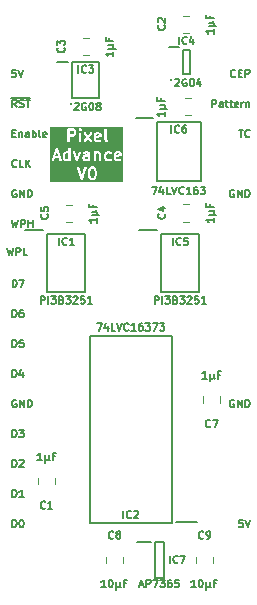
<source format=gto>
%TF.GenerationSoftware,KiCad,Pcbnew,8.0.7*%
%TF.CreationDate,2025-01-16T10:44:44+02:00*%
%TF.ProjectId,Video Pixel Advance,56696465-6f20-4506-9978-656c20416476,V0*%
%TF.SameCoordinates,Original*%
%TF.FileFunction,Legend,Top*%
%TF.FilePolarity,Positive*%
%FSLAX46Y46*%
G04 Gerber Fmt 4.6, Leading zero omitted, Abs format (unit mm)*
G04 Created by KiCad (PCBNEW 8.0.7) date 2025-01-16 10:44:44*
%MOMM*%
%LPD*%
G01*
G04 APERTURE LIST*
%ADD10C,0.150000*%
%ADD11C,0.200000*%
%ADD12C,0.120000*%
G04 APERTURE END LIST*
D10*
X1695255Y349036D02*
X1392874Y349036D01*
X1392874Y349036D02*
X1362636Y46655D01*
X1362636Y46655D02*
X1392874Y76894D01*
X1392874Y76894D02*
X1453350Y107132D01*
X1453350Y107132D02*
X1604541Y107132D01*
X1604541Y107132D02*
X1665017Y76894D01*
X1665017Y76894D02*
X1695255Y46655D01*
X1695255Y46655D02*
X1725493Y-13820D01*
X1725493Y-13820D02*
X1725493Y-165010D01*
X1725493Y-165010D02*
X1695255Y-225486D01*
X1695255Y-225486D02*
X1665017Y-255725D01*
X1665017Y-255725D02*
X1604541Y-285963D01*
X1604541Y-285963D02*
X1453350Y-285963D01*
X1453350Y-285963D02*
X1392874Y-255725D01*
X1392874Y-255725D02*
X1362636Y-225486D01*
X1906922Y349036D02*
X2118588Y-285963D01*
X2118588Y-285963D02*
X2330255Y349036D01*
X20922839Y-37750963D02*
X20620458Y-37750963D01*
X20620458Y-37750963D02*
X20590220Y-38053344D01*
X20590220Y-38053344D02*
X20620458Y-38023105D01*
X20620458Y-38023105D02*
X20680934Y-37992867D01*
X20680934Y-37992867D02*
X20832125Y-37992867D01*
X20832125Y-37992867D02*
X20892601Y-38023105D01*
X20892601Y-38023105D02*
X20922839Y-38053344D01*
X20922839Y-38053344D02*
X20953077Y-38113820D01*
X20953077Y-38113820D02*
X20953077Y-38265010D01*
X20953077Y-38265010D02*
X20922839Y-38325486D01*
X20922839Y-38325486D02*
X20892601Y-38355725D01*
X20892601Y-38355725D02*
X20832125Y-38385963D01*
X20832125Y-38385963D02*
X20680934Y-38385963D01*
X20680934Y-38385963D02*
X20620458Y-38355725D01*
X20620458Y-38355725D02*
X20590220Y-38325486D01*
X21134506Y-37750963D02*
X21346172Y-38385963D01*
X21346172Y-38385963D02*
X21557839Y-37750963D01*
X1392874Y-5033344D02*
X1604541Y-5033344D01*
X1695255Y-5365963D02*
X1392874Y-5365963D01*
X1392874Y-5365963D02*
X1392874Y-4730963D01*
X1392874Y-4730963D02*
X1695255Y-4730963D01*
X1967398Y-4942629D02*
X1967398Y-5365963D01*
X1967398Y-5003105D02*
X1997636Y-4972867D01*
X1997636Y-4972867D02*
X2058112Y-4942629D01*
X2058112Y-4942629D02*
X2148827Y-4942629D01*
X2148827Y-4942629D02*
X2209303Y-4972867D01*
X2209303Y-4972867D02*
X2239541Y-5033344D01*
X2239541Y-5033344D02*
X2239541Y-5365963D01*
X2814065Y-5365963D02*
X2814065Y-5033344D01*
X2814065Y-5033344D02*
X2783827Y-4972867D01*
X2783827Y-4972867D02*
X2723351Y-4942629D01*
X2723351Y-4942629D02*
X2602398Y-4942629D01*
X2602398Y-4942629D02*
X2541922Y-4972867D01*
X2814065Y-5335725D02*
X2753589Y-5365963D01*
X2753589Y-5365963D02*
X2602398Y-5365963D01*
X2602398Y-5365963D02*
X2541922Y-5335725D01*
X2541922Y-5335725D02*
X2511684Y-5275248D01*
X2511684Y-5275248D02*
X2511684Y-5214772D01*
X2511684Y-5214772D02*
X2541922Y-5154296D01*
X2541922Y-5154296D02*
X2602398Y-5124058D01*
X2602398Y-5124058D02*
X2753589Y-5124058D01*
X2753589Y-5124058D02*
X2814065Y-5093820D01*
X3116446Y-5365963D02*
X3116446Y-4730963D01*
X3116446Y-4972867D02*
X3176922Y-4942629D01*
X3176922Y-4942629D02*
X3297875Y-4942629D01*
X3297875Y-4942629D02*
X3358351Y-4972867D01*
X3358351Y-4972867D02*
X3388589Y-5003105D01*
X3388589Y-5003105D02*
X3418827Y-5063582D01*
X3418827Y-5063582D02*
X3418827Y-5245010D01*
X3418827Y-5245010D02*
X3388589Y-5305486D01*
X3388589Y-5305486D02*
X3358351Y-5335725D01*
X3358351Y-5335725D02*
X3297875Y-5365963D01*
X3297875Y-5365963D02*
X3176922Y-5365963D01*
X3176922Y-5365963D02*
X3116446Y-5335725D01*
X3781684Y-5365963D02*
X3721208Y-5335725D01*
X3721208Y-5335725D02*
X3690970Y-5275248D01*
X3690970Y-5275248D02*
X3690970Y-4730963D01*
X4265494Y-5335725D02*
X4205018Y-5365963D01*
X4205018Y-5365963D02*
X4084065Y-5365963D01*
X4084065Y-5365963D02*
X4023589Y-5335725D01*
X4023589Y-5335725D02*
X3993351Y-5275248D01*
X3993351Y-5275248D02*
X3993351Y-5033344D01*
X3993351Y-5033344D02*
X4023589Y-4972867D01*
X4023589Y-4972867D02*
X4084065Y-4942629D01*
X4084065Y-4942629D02*
X4205018Y-4942629D01*
X4205018Y-4942629D02*
X4265494Y-4972867D01*
X4265494Y-4972867D02*
X4295732Y-5033344D01*
X4295732Y-5033344D02*
X4295732Y-5093820D01*
X4295732Y-5093820D02*
X3993351Y-5154296D01*
X1392874Y-30765963D02*
X1392874Y-30130963D01*
X1392874Y-30130963D02*
X1544064Y-30130963D01*
X1544064Y-30130963D02*
X1634779Y-30161201D01*
X1634779Y-30161201D02*
X1695255Y-30221677D01*
X1695255Y-30221677D02*
X1725493Y-30282153D01*
X1725493Y-30282153D02*
X1755731Y-30403105D01*
X1755731Y-30403105D02*
X1755731Y-30493820D01*
X1755731Y-30493820D02*
X1725493Y-30614772D01*
X1725493Y-30614772D02*
X1695255Y-30675248D01*
X1695255Y-30675248D02*
X1634779Y-30735725D01*
X1634779Y-30735725D02*
X1544064Y-30765963D01*
X1544064Y-30765963D02*
X1392874Y-30765963D01*
X1967398Y-30130963D02*
X2360493Y-30130963D01*
X2360493Y-30130963D02*
X2148826Y-30372867D01*
X2148826Y-30372867D02*
X2239541Y-30372867D01*
X2239541Y-30372867D02*
X2300017Y-30403105D01*
X2300017Y-30403105D02*
X2330255Y-30433344D01*
X2330255Y-30433344D02*
X2360493Y-30493820D01*
X2360493Y-30493820D02*
X2360493Y-30645010D01*
X2360493Y-30645010D02*
X2330255Y-30705486D01*
X2330255Y-30705486D02*
X2300017Y-30735725D01*
X2300017Y-30735725D02*
X2239541Y-30765963D01*
X2239541Y-30765963D02*
X2058112Y-30765963D01*
X2058112Y-30765963D02*
X1997636Y-30735725D01*
X1997636Y-30735725D02*
X1967398Y-30705486D01*
X18322363Y-2825963D02*
X18322363Y-2190963D01*
X18322363Y-2190963D02*
X18564268Y-2190963D01*
X18564268Y-2190963D02*
X18624744Y-2221201D01*
X18624744Y-2221201D02*
X18654982Y-2251439D01*
X18654982Y-2251439D02*
X18685220Y-2311915D01*
X18685220Y-2311915D02*
X18685220Y-2402629D01*
X18685220Y-2402629D02*
X18654982Y-2463105D01*
X18654982Y-2463105D02*
X18624744Y-2493344D01*
X18624744Y-2493344D02*
X18564268Y-2523582D01*
X18564268Y-2523582D02*
X18322363Y-2523582D01*
X19229506Y-2825963D02*
X19229506Y-2493344D01*
X19229506Y-2493344D02*
X19199268Y-2432867D01*
X19199268Y-2432867D02*
X19138792Y-2402629D01*
X19138792Y-2402629D02*
X19017839Y-2402629D01*
X19017839Y-2402629D02*
X18957363Y-2432867D01*
X19229506Y-2795725D02*
X19169030Y-2825963D01*
X19169030Y-2825963D02*
X19017839Y-2825963D01*
X19017839Y-2825963D02*
X18957363Y-2795725D01*
X18957363Y-2795725D02*
X18927125Y-2735248D01*
X18927125Y-2735248D02*
X18927125Y-2674772D01*
X18927125Y-2674772D02*
X18957363Y-2614296D01*
X18957363Y-2614296D02*
X19017839Y-2584058D01*
X19017839Y-2584058D02*
X19169030Y-2584058D01*
X19169030Y-2584058D02*
X19229506Y-2553820D01*
X19441173Y-2402629D02*
X19683077Y-2402629D01*
X19531887Y-2190963D02*
X19531887Y-2735248D01*
X19531887Y-2735248D02*
X19562125Y-2795725D01*
X19562125Y-2795725D02*
X19622601Y-2825963D01*
X19622601Y-2825963D02*
X19683077Y-2825963D01*
X19804030Y-2402629D02*
X20045934Y-2402629D01*
X19894744Y-2190963D02*
X19894744Y-2735248D01*
X19894744Y-2735248D02*
X19924982Y-2795725D01*
X19924982Y-2795725D02*
X19985458Y-2825963D01*
X19985458Y-2825963D02*
X20045934Y-2825963D01*
X20499506Y-2795725D02*
X20439030Y-2825963D01*
X20439030Y-2825963D02*
X20318077Y-2825963D01*
X20318077Y-2825963D02*
X20257601Y-2795725D01*
X20257601Y-2795725D02*
X20227363Y-2735248D01*
X20227363Y-2735248D02*
X20227363Y-2493344D01*
X20227363Y-2493344D02*
X20257601Y-2432867D01*
X20257601Y-2432867D02*
X20318077Y-2402629D01*
X20318077Y-2402629D02*
X20439030Y-2402629D01*
X20439030Y-2402629D02*
X20499506Y-2432867D01*
X20499506Y-2432867D02*
X20529744Y-2493344D01*
X20529744Y-2493344D02*
X20529744Y-2553820D01*
X20529744Y-2553820D02*
X20227363Y-2614296D01*
X20801887Y-2825963D02*
X20801887Y-2402629D01*
X20801887Y-2523582D02*
X20832125Y-2463105D01*
X20832125Y-2463105D02*
X20862363Y-2432867D01*
X20862363Y-2432867D02*
X20922839Y-2402629D01*
X20922839Y-2402629D02*
X20983316Y-2402629D01*
X21194982Y-2402629D02*
X21194982Y-2825963D01*
X21194982Y-2463105D02*
X21225220Y-2432867D01*
X21225220Y-2432867D02*
X21285696Y-2402629D01*
X21285696Y-2402629D02*
X21376411Y-2402629D01*
X21376411Y-2402629D02*
X21436887Y-2432867D01*
X21436887Y-2432867D02*
X21467125Y-2493344D01*
X21467125Y-2493344D02*
X21467125Y-2825963D01*
X1392874Y-25685963D02*
X1392874Y-25050963D01*
X1392874Y-25050963D02*
X1544064Y-25050963D01*
X1544064Y-25050963D02*
X1634779Y-25081201D01*
X1634779Y-25081201D02*
X1695255Y-25141677D01*
X1695255Y-25141677D02*
X1725493Y-25202153D01*
X1725493Y-25202153D02*
X1755731Y-25323105D01*
X1755731Y-25323105D02*
X1755731Y-25413820D01*
X1755731Y-25413820D02*
X1725493Y-25534772D01*
X1725493Y-25534772D02*
X1695255Y-25595248D01*
X1695255Y-25595248D02*
X1634779Y-25655725D01*
X1634779Y-25655725D02*
X1544064Y-25685963D01*
X1544064Y-25685963D02*
X1392874Y-25685963D01*
X2300017Y-25262629D02*
X2300017Y-25685963D01*
X2148826Y-25020725D02*
X1997636Y-25474296D01*
X1997636Y-25474296D02*
X2390731Y-25474296D01*
X1332398Y-12350963D02*
X1483588Y-12985963D01*
X1483588Y-12985963D02*
X1604541Y-12532391D01*
X1604541Y-12532391D02*
X1725493Y-12985963D01*
X1725493Y-12985963D02*
X1876684Y-12350963D01*
X2118588Y-12985963D02*
X2118588Y-12350963D01*
X2118588Y-12350963D02*
X2360493Y-12350963D01*
X2360493Y-12350963D02*
X2420969Y-12381201D01*
X2420969Y-12381201D02*
X2451207Y-12411439D01*
X2451207Y-12411439D02*
X2481445Y-12471915D01*
X2481445Y-12471915D02*
X2481445Y-12562629D01*
X2481445Y-12562629D02*
X2451207Y-12623105D01*
X2451207Y-12623105D02*
X2420969Y-12653344D01*
X2420969Y-12653344D02*
X2360493Y-12683582D01*
X2360493Y-12683582D02*
X2118588Y-12683582D01*
X2753588Y-12985963D02*
X2753588Y-12350963D01*
X2753588Y-12653344D02*
X3116445Y-12653344D01*
X3116445Y-12985963D02*
X3116445Y-12350963D01*
X20166887Y-9841201D02*
X20106411Y-9810963D01*
X20106411Y-9810963D02*
X20015697Y-9810963D01*
X20015697Y-9810963D02*
X19924982Y-9841201D01*
X19924982Y-9841201D02*
X19864506Y-9901677D01*
X19864506Y-9901677D02*
X19834268Y-9962153D01*
X19834268Y-9962153D02*
X19804030Y-10083105D01*
X19804030Y-10083105D02*
X19804030Y-10173820D01*
X19804030Y-10173820D02*
X19834268Y-10294772D01*
X19834268Y-10294772D02*
X19864506Y-10355248D01*
X19864506Y-10355248D02*
X19924982Y-10415725D01*
X19924982Y-10415725D02*
X20015697Y-10445963D01*
X20015697Y-10445963D02*
X20076173Y-10445963D01*
X20076173Y-10445963D02*
X20166887Y-10415725D01*
X20166887Y-10415725D02*
X20197125Y-10385486D01*
X20197125Y-10385486D02*
X20197125Y-10173820D01*
X20197125Y-10173820D02*
X20076173Y-10173820D01*
X20469268Y-10445963D02*
X20469268Y-9810963D01*
X20469268Y-9810963D02*
X20832125Y-10445963D01*
X20832125Y-10445963D02*
X20832125Y-9810963D01*
X21134506Y-10445963D02*
X21134506Y-9810963D01*
X21134506Y-9810963D02*
X21285696Y-9810963D01*
X21285696Y-9810963D02*
X21376411Y-9841201D01*
X21376411Y-9841201D02*
X21436887Y-9901677D01*
X21436887Y-9901677D02*
X21467125Y-9962153D01*
X21467125Y-9962153D02*
X21497363Y-10083105D01*
X21497363Y-10083105D02*
X21497363Y-10173820D01*
X21497363Y-10173820D02*
X21467125Y-10294772D01*
X21467125Y-10294772D02*
X21436887Y-10355248D01*
X21436887Y-10355248D02*
X21376411Y-10415725D01*
X21376411Y-10415725D02*
X21285696Y-10445963D01*
X21285696Y-10445963D02*
X21134506Y-10445963D01*
X1725493Y-27621201D02*
X1665017Y-27590963D01*
X1665017Y-27590963D02*
X1574303Y-27590963D01*
X1574303Y-27590963D02*
X1483588Y-27621201D01*
X1483588Y-27621201D02*
X1423112Y-27681677D01*
X1423112Y-27681677D02*
X1392874Y-27742153D01*
X1392874Y-27742153D02*
X1362636Y-27863105D01*
X1362636Y-27863105D02*
X1362636Y-27953820D01*
X1362636Y-27953820D02*
X1392874Y-28074772D01*
X1392874Y-28074772D02*
X1423112Y-28135248D01*
X1423112Y-28135248D02*
X1483588Y-28195725D01*
X1483588Y-28195725D02*
X1574303Y-28225963D01*
X1574303Y-28225963D02*
X1634779Y-28225963D01*
X1634779Y-28225963D02*
X1725493Y-28195725D01*
X1725493Y-28195725D02*
X1755731Y-28165486D01*
X1755731Y-28165486D02*
X1755731Y-27953820D01*
X1755731Y-27953820D02*
X1634779Y-27953820D01*
X2027874Y-28225963D02*
X2027874Y-27590963D01*
X2027874Y-27590963D02*
X2390731Y-28225963D01*
X2390731Y-28225963D02*
X2390731Y-27590963D01*
X2693112Y-28225963D02*
X2693112Y-27590963D01*
X2693112Y-27590963D02*
X2844302Y-27590963D01*
X2844302Y-27590963D02*
X2935017Y-27621201D01*
X2935017Y-27621201D02*
X2995493Y-27681677D01*
X2995493Y-27681677D02*
X3025731Y-27742153D01*
X3025731Y-27742153D02*
X3055969Y-27863105D01*
X3055969Y-27863105D02*
X3055969Y-27953820D01*
X3055969Y-27953820D02*
X3025731Y-28074772D01*
X3025731Y-28074772D02*
X2995493Y-28135248D01*
X2995493Y-28135248D02*
X2935017Y-28195725D01*
X2935017Y-28195725D02*
X2844302Y-28225963D01*
X2844302Y-28225963D02*
X2693112Y-28225963D01*
X1392874Y-35845963D02*
X1392874Y-35210963D01*
X1392874Y-35210963D02*
X1544064Y-35210963D01*
X1544064Y-35210963D02*
X1634779Y-35241201D01*
X1634779Y-35241201D02*
X1695255Y-35301677D01*
X1695255Y-35301677D02*
X1725493Y-35362153D01*
X1725493Y-35362153D02*
X1755731Y-35483105D01*
X1755731Y-35483105D02*
X1755731Y-35573820D01*
X1755731Y-35573820D02*
X1725493Y-35694772D01*
X1725493Y-35694772D02*
X1695255Y-35755248D01*
X1695255Y-35755248D02*
X1634779Y-35815725D01*
X1634779Y-35815725D02*
X1544064Y-35845963D01*
X1544064Y-35845963D02*
X1392874Y-35845963D01*
X2360493Y-35845963D02*
X1997636Y-35845963D01*
X2179064Y-35845963D02*
X2179064Y-35210963D01*
X2179064Y-35210963D02*
X2118588Y-35301677D01*
X2118588Y-35301677D02*
X2058112Y-35362153D01*
X2058112Y-35362153D02*
X1997636Y-35392391D01*
X1418274Y-18065963D02*
X1418274Y-17430963D01*
X1418274Y-17430963D02*
X1569464Y-17430963D01*
X1569464Y-17430963D02*
X1660179Y-17461201D01*
X1660179Y-17461201D02*
X1720655Y-17521677D01*
X1720655Y-17521677D02*
X1750893Y-17582153D01*
X1750893Y-17582153D02*
X1781131Y-17703105D01*
X1781131Y-17703105D02*
X1781131Y-17793820D01*
X1781131Y-17793820D02*
X1750893Y-17914772D01*
X1750893Y-17914772D02*
X1720655Y-17975248D01*
X1720655Y-17975248D02*
X1660179Y-18035725D01*
X1660179Y-18035725D02*
X1569464Y-18065963D01*
X1569464Y-18065963D02*
X1418274Y-18065963D01*
X1992798Y-17430963D02*
X2416131Y-17430963D01*
X2416131Y-17430963D02*
X2143988Y-18065963D01*
X20559982Y-4730963D02*
X20922839Y-4730963D01*
X20741410Y-5365963D02*
X20741410Y-4730963D01*
X21497363Y-5305486D02*
X21467125Y-5335725D01*
X21467125Y-5335725D02*
X21376411Y-5365963D01*
X21376411Y-5365963D02*
X21315935Y-5365963D01*
X21315935Y-5365963D02*
X21225220Y-5335725D01*
X21225220Y-5335725D02*
X21164744Y-5275248D01*
X21164744Y-5275248D02*
X21134506Y-5214772D01*
X21134506Y-5214772D02*
X21104268Y-5093820D01*
X21104268Y-5093820D02*
X21104268Y-5003105D01*
X21104268Y-5003105D02*
X21134506Y-4882153D01*
X21134506Y-4882153D02*
X21164744Y-4821677D01*
X21164744Y-4821677D02*
X21225220Y-4761201D01*
X21225220Y-4761201D02*
X21315935Y-4730963D01*
X21315935Y-4730963D02*
X21376411Y-4730963D01*
X21376411Y-4730963D02*
X21467125Y-4761201D01*
X21467125Y-4761201D02*
X21497363Y-4791439D01*
X1755731Y-2825963D02*
X1544064Y-2523582D01*
X1392874Y-2825963D02*
X1392874Y-2190963D01*
X1392874Y-2190963D02*
X1634779Y-2190963D01*
X1634779Y-2190963D02*
X1695255Y-2221201D01*
X1695255Y-2221201D02*
X1725493Y-2251439D01*
X1725493Y-2251439D02*
X1755731Y-2311915D01*
X1755731Y-2311915D02*
X1755731Y-2402629D01*
X1755731Y-2402629D02*
X1725493Y-2463105D01*
X1725493Y-2463105D02*
X1695255Y-2493344D01*
X1695255Y-2493344D02*
X1634779Y-2523582D01*
X1634779Y-2523582D02*
X1392874Y-2523582D01*
X1997636Y-2795725D02*
X2088350Y-2825963D01*
X2088350Y-2825963D02*
X2239541Y-2825963D01*
X2239541Y-2825963D02*
X2300017Y-2795725D01*
X2300017Y-2795725D02*
X2330255Y-2765486D01*
X2330255Y-2765486D02*
X2360493Y-2705010D01*
X2360493Y-2705010D02*
X2360493Y-2644534D01*
X2360493Y-2644534D02*
X2330255Y-2584058D01*
X2330255Y-2584058D02*
X2300017Y-2553820D01*
X2300017Y-2553820D02*
X2239541Y-2523582D01*
X2239541Y-2523582D02*
X2118588Y-2493344D01*
X2118588Y-2493344D02*
X2058112Y-2463105D01*
X2058112Y-2463105D02*
X2027874Y-2432867D01*
X2027874Y-2432867D02*
X1997636Y-2372391D01*
X1997636Y-2372391D02*
X1997636Y-2311915D01*
X1997636Y-2311915D02*
X2027874Y-2251439D01*
X2027874Y-2251439D02*
X2058112Y-2221201D01*
X2058112Y-2221201D02*
X2118588Y-2190963D01*
X2118588Y-2190963D02*
X2269779Y-2190963D01*
X2269779Y-2190963D02*
X2360493Y-2221201D01*
X2541922Y-2190963D02*
X2904779Y-2190963D01*
X2723350Y-2825963D02*
X2723350Y-2190963D01*
X1305184Y-2014675D02*
X2901756Y-2014675D01*
X1392874Y-33305963D02*
X1392874Y-32670963D01*
X1392874Y-32670963D02*
X1544064Y-32670963D01*
X1544064Y-32670963D02*
X1634779Y-32701201D01*
X1634779Y-32701201D02*
X1695255Y-32761677D01*
X1695255Y-32761677D02*
X1725493Y-32822153D01*
X1725493Y-32822153D02*
X1755731Y-32943105D01*
X1755731Y-32943105D02*
X1755731Y-33033820D01*
X1755731Y-33033820D02*
X1725493Y-33154772D01*
X1725493Y-33154772D02*
X1695255Y-33215248D01*
X1695255Y-33215248D02*
X1634779Y-33275725D01*
X1634779Y-33275725D02*
X1544064Y-33305963D01*
X1544064Y-33305963D02*
X1392874Y-33305963D01*
X1997636Y-32731439D02*
X2027874Y-32701201D01*
X2027874Y-32701201D02*
X2088350Y-32670963D01*
X2088350Y-32670963D02*
X2239541Y-32670963D01*
X2239541Y-32670963D02*
X2300017Y-32701201D01*
X2300017Y-32701201D02*
X2330255Y-32731439D01*
X2330255Y-32731439D02*
X2360493Y-32791915D01*
X2360493Y-32791915D02*
X2360493Y-32852391D01*
X2360493Y-32852391D02*
X2330255Y-32943105D01*
X2330255Y-32943105D02*
X1967398Y-33305963D01*
X1967398Y-33305963D02*
X2360493Y-33305963D01*
X1755731Y-7845486D02*
X1725493Y-7875725D01*
X1725493Y-7875725D02*
X1634779Y-7905963D01*
X1634779Y-7905963D02*
X1574303Y-7905963D01*
X1574303Y-7905963D02*
X1483588Y-7875725D01*
X1483588Y-7875725D02*
X1423112Y-7815248D01*
X1423112Y-7815248D02*
X1392874Y-7754772D01*
X1392874Y-7754772D02*
X1362636Y-7633820D01*
X1362636Y-7633820D02*
X1362636Y-7543105D01*
X1362636Y-7543105D02*
X1392874Y-7422153D01*
X1392874Y-7422153D02*
X1423112Y-7361677D01*
X1423112Y-7361677D02*
X1483588Y-7301201D01*
X1483588Y-7301201D02*
X1574303Y-7270963D01*
X1574303Y-7270963D02*
X1634779Y-7270963D01*
X1634779Y-7270963D02*
X1725493Y-7301201D01*
X1725493Y-7301201D02*
X1755731Y-7331439D01*
X2330255Y-7905963D02*
X2027874Y-7905963D01*
X2027874Y-7905963D02*
X2027874Y-7270963D01*
X2541922Y-7905963D02*
X2541922Y-7270963D01*
X2904779Y-7905963D02*
X2632636Y-7543105D01*
X2904779Y-7270963D02*
X2541922Y-7633820D01*
X1392874Y-38385963D02*
X1392874Y-37750963D01*
X1392874Y-37750963D02*
X1544064Y-37750963D01*
X1544064Y-37750963D02*
X1634779Y-37781201D01*
X1634779Y-37781201D02*
X1695255Y-37841677D01*
X1695255Y-37841677D02*
X1725493Y-37902153D01*
X1725493Y-37902153D02*
X1755731Y-38023105D01*
X1755731Y-38023105D02*
X1755731Y-38113820D01*
X1755731Y-38113820D02*
X1725493Y-38234772D01*
X1725493Y-38234772D02*
X1695255Y-38295248D01*
X1695255Y-38295248D02*
X1634779Y-38355725D01*
X1634779Y-38355725D02*
X1544064Y-38385963D01*
X1544064Y-38385963D02*
X1392874Y-38385963D01*
X2148826Y-37750963D02*
X2209303Y-37750963D01*
X2209303Y-37750963D02*
X2269779Y-37781201D01*
X2269779Y-37781201D02*
X2300017Y-37811439D01*
X2300017Y-37811439D02*
X2330255Y-37871915D01*
X2330255Y-37871915D02*
X2360493Y-37992867D01*
X2360493Y-37992867D02*
X2360493Y-38144058D01*
X2360493Y-38144058D02*
X2330255Y-38265010D01*
X2330255Y-38265010D02*
X2300017Y-38325486D01*
X2300017Y-38325486D02*
X2269779Y-38355725D01*
X2269779Y-38355725D02*
X2209303Y-38385963D01*
X2209303Y-38385963D02*
X2148826Y-38385963D01*
X2148826Y-38385963D02*
X2088350Y-38355725D01*
X2088350Y-38355725D02*
X2058112Y-38325486D01*
X2058112Y-38325486D02*
X2027874Y-38265010D01*
X2027874Y-38265010D02*
X1997636Y-38144058D01*
X1997636Y-38144058D02*
X1997636Y-37992867D01*
X1997636Y-37992867D02*
X2027874Y-37871915D01*
X2027874Y-37871915D02*
X2058112Y-37811439D01*
X2058112Y-37811439D02*
X2088350Y-37781201D01*
X2088350Y-37781201D02*
X2148826Y-37750963D01*
X951398Y-14738563D02*
X1102588Y-15373563D01*
X1102588Y-15373563D02*
X1223541Y-14919991D01*
X1223541Y-14919991D02*
X1344493Y-15373563D01*
X1344493Y-15373563D02*
X1495684Y-14738563D01*
X1737588Y-15373563D02*
X1737588Y-14738563D01*
X1737588Y-14738563D02*
X1979493Y-14738563D01*
X1979493Y-14738563D02*
X2039969Y-14768801D01*
X2039969Y-14768801D02*
X2070207Y-14799039D01*
X2070207Y-14799039D02*
X2100445Y-14859515D01*
X2100445Y-14859515D02*
X2100445Y-14950229D01*
X2100445Y-14950229D02*
X2070207Y-15010705D01*
X2070207Y-15010705D02*
X2039969Y-15040944D01*
X2039969Y-15040944D02*
X1979493Y-15071182D01*
X1979493Y-15071182D02*
X1737588Y-15071182D01*
X2674969Y-15373563D02*
X2372588Y-15373563D01*
X2372588Y-15373563D02*
X2372588Y-14738563D01*
D11*
G36*
X8259192Y-8049968D02*
G01*
X8283861Y-8074636D01*
X8319314Y-8145543D01*
X8361285Y-8313424D01*
X8361285Y-8526900D01*
X8319314Y-8694781D01*
X8283861Y-8765687D01*
X8259192Y-8790357D01*
X8199583Y-8820163D01*
X8151559Y-8820163D01*
X8091949Y-8790358D01*
X8067282Y-8765690D01*
X8031827Y-8694781D01*
X7989857Y-8526900D01*
X7989857Y-8313425D01*
X8031827Y-8145543D01*
X8067281Y-8074636D01*
X8091949Y-8049967D01*
X8151559Y-8020163D01*
X8199583Y-8020163D01*
X8259192Y-8049968D01*
G37*
G36*
X6146999Y-6752974D02*
G01*
X6146999Y-7200796D01*
X6128154Y-7210219D01*
X5984892Y-7210219D01*
X5925282Y-7180414D01*
X5900615Y-7155746D01*
X5870809Y-7096134D01*
X5870809Y-6857635D01*
X5900614Y-6798025D01*
X5925282Y-6773356D01*
X5984892Y-6743552D01*
X6128154Y-6743552D01*
X6146999Y-6752974D01*
G37*
G36*
X7813666Y-7200796D02*
G01*
X7794821Y-7210219D01*
X7603940Y-7210219D01*
X7559630Y-7188064D01*
X7537476Y-7143754D01*
X7537476Y-7095730D01*
X7559631Y-7051420D01*
X7603940Y-7029266D01*
X7813666Y-7029266D01*
X7813666Y-7200796D01*
G37*
G36*
X10458178Y-6765707D02*
G01*
X10475628Y-6800607D01*
X10204143Y-6854904D01*
X10204143Y-6810016D01*
X10226298Y-6765706D01*
X10270607Y-6743552D01*
X10413869Y-6743552D01*
X10458178Y-6765707D01*
G37*
G36*
X5251114Y-6924504D02*
G01*
X5052409Y-6924504D01*
X5151761Y-6626446D01*
X5251114Y-6924504D01*
G37*
G36*
X8743892Y-5155763D02*
G01*
X8761342Y-5190663D01*
X8489857Y-5244960D01*
X8489857Y-5200072D01*
X8512012Y-5155762D01*
X8556321Y-5133608D01*
X8699583Y-5133608D01*
X8743892Y-5155763D01*
G37*
G36*
X6568716Y-4830080D02*
G01*
X6593385Y-4854748D01*
X6623190Y-4914358D01*
X6623190Y-5010001D01*
X6593385Y-5069610D01*
X6568716Y-5094278D01*
X6509107Y-5124084D01*
X6251762Y-5124084D01*
X6251762Y-4800275D01*
X6509107Y-4800275D01*
X6568716Y-4830080D01*
G37*
G36*
X10791444Y-9131274D02*
G01*
X4608102Y-9131274D01*
X4608102Y-7932670D01*
X6838261Y-7932670D01*
X6842608Y-7951786D01*
X7175941Y-8951785D01*
X7183932Y-8969686D01*
X7188615Y-8975085D01*
X7191810Y-8981475D01*
X7201281Y-8989690D01*
X7209497Y-8999162D01*
X7215885Y-9002356D01*
X7221286Y-9007040D01*
X7233187Y-9011007D01*
X7244396Y-9016611D01*
X7251520Y-9017117D01*
X7258302Y-9019378D01*
X7270811Y-9018488D01*
X7283316Y-9019378D01*
X7290094Y-9017118D01*
X7297222Y-9016612D01*
X7308438Y-9011003D01*
X7320332Y-9007039D01*
X7325729Y-9002358D01*
X7332121Y-8999162D01*
X7340339Y-8989686D01*
X7349808Y-8981474D01*
X7353001Y-8975087D01*
X7357686Y-8969686D01*
X7365677Y-8951786D01*
X7582567Y-8301115D01*
X7789857Y-8301115D01*
X7789857Y-8539210D01*
X7790192Y-8542612D01*
X7789975Y-8544071D01*
X7791054Y-8551368D01*
X7791778Y-8558719D01*
X7792342Y-8560082D01*
X7792843Y-8563464D01*
X7840462Y-8753939D01*
X7840975Y-8755376D01*
X7841027Y-8756099D01*
X7844135Y-8764223D01*
X7847057Y-8772400D01*
X7847487Y-8772980D01*
X7848033Y-8774407D01*
X7895652Y-8869645D01*
X7900935Y-8878037D01*
X7901947Y-8880481D01*
X7904203Y-8883230D01*
X7906095Y-8886235D01*
X7908089Y-8887964D01*
X7914384Y-8895634D01*
X7962002Y-8943254D01*
X7969670Y-8949547D01*
X7971402Y-8951544D01*
X7974410Y-8953437D01*
X7977156Y-8955691D01*
X7979596Y-8956701D01*
X7987993Y-8961987D01*
X8083230Y-9009606D01*
X8101539Y-9016612D01*
X8105122Y-9016866D01*
X8108443Y-9018242D01*
X8127952Y-9020163D01*
X8223190Y-9020163D01*
X8242699Y-9018242D01*
X8246019Y-9016866D01*
X8249603Y-9016612D01*
X8267911Y-9009606D01*
X8363149Y-8961987D01*
X8371544Y-8956702D01*
X8373986Y-8955691D01*
X8376733Y-8953435D01*
X8379739Y-8951544D01*
X8381469Y-8949549D01*
X8389139Y-8943254D01*
X8436758Y-8895634D01*
X8443050Y-8887967D01*
X8445047Y-8886236D01*
X8446940Y-8883228D01*
X8449195Y-8880481D01*
X8450206Y-8878039D01*
X8455490Y-8869645D01*
X8503109Y-8774408D01*
X8503655Y-8772979D01*
X8504085Y-8772400D01*
X8507006Y-8764223D01*
X8510115Y-8756099D01*
X8510166Y-8755378D01*
X8510680Y-8753940D01*
X8558299Y-8563464D01*
X8558799Y-8560082D01*
X8559364Y-8558719D01*
X8560087Y-8551368D01*
X8561167Y-8544071D01*
X8560949Y-8542612D01*
X8561285Y-8539210D01*
X8561285Y-8301115D01*
X8560949Y-8297712D01*
X8561167Y-8296254D01*
X8560087Y-8288956D01*
X8559364Y-8281606D01*
X8558799Y-8280242D01*
X8558299Y-8276861D01*
X8510680Y-8086385D01*
X8510166Y-8084946D01*
X8510115Y-8084226D01*
X8507006Y-8076101D01*
X8504085Y-8067925D01*
X8503655Y-8067345D01*
X8503109Y-8065917D01*
X8455490Y-7970680D01*
X8450204Y-7962283D01*
X8449194Y-7959843D01*
X8446940Y-7957097D01*
X8445047Y-7954089D01*
X8443049Y-7952356D01*
X8436757Y-7944690D01*
X8389139Y-7897071D01*
X8381468Y-7890776D01*
X8379739Y-7888782D01*
X8376731Y-7886888D01*
X8373985Y-7884635D01*
X8371545Y-7883624D01*
X8363149Y-7878339D01*
X8267911Y-7830720D01*
X8249603Y-7823714D01*
X8246019Y-7823459D01*
X8242699Y-7822084D01*
X8223190Y-7820163D01*
X8127952Y-7820163D01*
X8108443Y-7822084D01*
X8105122Y-7823459D01*
X8101539Y-7823714D01*
X8083230Y-7830720D01*
X7987993Y-7878339D01*
X7979596Y-7883624D01*
X7977156Y-7884635D01*
X7974410Y-7886888D01*
X7971402Y-7888782D01*
X7969669Y-7890779D01*
X7962003Y-7897072D01*
X7914384Y-7944690D01*
X7908089Y-7952360D01*
X7906095Y-7954090D01*
X7904201Y-7957097D01*
X7901948Y-7959844D01*
X7900937Y-7962283D01*
X7895652Y-7970680D01*
X7848033Y-8065918D01*
X7847487Y-8067344D01*
X7847057Y-8067925D01*
X7844135Y-8076101D01*
X7841027Y-8084226D01*
X7840975Y-8084948D01*
X7840462Y-8086386D01*
X7792843Y-8276861D01*
X7792342Y-8280242D01*
X7791778Y-8281606D01*
X7791054Y-8288956D01*
X7789975Y-8296254D01*
X7790192Y-8297712D01*
X7789857Y-8301115D01*
X7582567Y-8301115D01*
X7699010Y-7951786D01*
X7703357Y-7932671D01*
X7700591Y-7893751D01*
X7683141Y-7858852D01*
X7653665Y-7833287D01*
X7616649Y-7820948D01*
X7577729Y-7823715D01*
X7542830Y-7841164D01*
X7517265Y-7870640D01*
X7509274Y-7888541D01*
X7270809Y-8603935D01*
X7032344Y-7888540D01*
X7024353Y-7870640D01*
X6998788Y-7841164D01*
X6963889Y-7823714D01*
X6924969Y-7820948D01*
X6887953Y-7833286D01*
X6858477Y-7858851D01*
X6841027Y-7893750D01*
X6838261Y-7932670D01*
X4608102Y-7932670D01*
X4608102Y-7297712D01*
X4719213Y-7297712D01*
X4721979Y-7336632D01*
X4739429Y-7371531D01*
X4768905Y-7397096D01*
X4805921Y-7409434D01*
X4844841Y-7406668D01*
X4879740Y-7389218D01*
X4905305Y-7359742D01*
X4913296Y-7341842D01*
X4985742Y-7124504D01*
X5317780Y-7124504D01*
X5390226Y-7341841D01*
X5398217Y-7359742D01*
X5423782Y-7389218D01*
X5458681Y-7406667D01*
X5497601Y-7409434D01*
X5534617Y-7397095D01*
X5564093Y-7371530D01*
X5581543Y-7336631D01*
X5584309Y-7297711D01*
X5579962Y-7278596D01*
X5431773Y-6834028D01*
X5670809Y-6834028D01*
X5670809Y-7119742D01*
X5672730Y-7139251D01*
X5674105Y-7142571D01*
X5674360Y-7146155D01*
X5681366Y-7164463D01*
X5728985Y-7259701D01*
X5734268Y-7268093D01*
X5735280Y-7270537D01*
X5737536Y-7273286D01*
X5739428Y-7276291D01*
X5741422Y-7278020D01*
X5747717Y-7285690D01*
X5795335Y-7333310D01*
X5803003Y-7339603D01*
X5804735Y-7341600D01*
X5807743Y-7343493D01*
X5810489Y-7345747D01*
X5812929Y-7346757D01*
X5821326Y-7352043D01*
X5916563Y-7399662D01*
X5934872Y-7406668D01*
X5938455Y-7406922D01*
X5941776Y-7408298D01*
X5961285Y-7410219D01*
X6151761Y-7410219D01*
X6171270Y-7408298D01*
X6174590Y-7406922D01*
X6178174Y-7406668D01*
X6196482Y-7399662D01*
X6201085Y-7397360D01*
X6227490Y-7408298D01*
X6266508Y-7408298D01*
X6302556Y-7393366D01*
X6330146Y-7365776D01*
X6345078Y-7329728D01*
X6346999Y-7310219D01*
X6346999Y-6658167D01*
X6529025Y-6658167D01*
X6533778Y-6677186D01*
X6771873Y-7343852D01*
X6780243Y-7361579D01*
X6783613Y-7365301D01*
X6785761Y-7369836D01*
X6796612Y-7379659D01*
X6806430Y-7390504D01*
X6810962Y-7392651D01*
X6814687Y-7396023D01*
X6828477Y-7400947D01*
X6841692Y-7407208D01*
X6846702Y-7407457D01*
X6851432Y-7409146D01*
X6866053Y-7408418D01*
X6880662Y-7409145D01*
X6885387Y-7407457D01*
X6890402Y-7407208D01*
X6903628Y-7400942D01*
X6917407Y-7396022D01*
X6921127Y-7392653D01*
X6925664Y-7390505D01*
X6935486Y-7379654D01*
X6946333Y-7369836D01*
X6948480Y-7365301D01*
X6951851Y-7361579D01*
X6960221Y-7343853D01*
X7057267Y-7072123D01*
X7337476Y-7072123D01*
X7337476Y-7167361D01*
X7339397Y-7186870D01*
X7340772Y-7190190D01*
X7341027Y-7193773D01*
X7348033Y-7212082D01*
X7395652Y-7307321D01*
X7397705Y-7310584D01*
X7398219Y-7312123D01*
X7399881Y-7314039D01*
X7406095Y-7323911D01*
X7415566Y-7332125D01*
X7423783Y-7341600D01*
X7433653Y-7347812D01*
X7435571Y-7349476D01*
X7437111Y-7349989D01*
X7440374Y-7352043D01*
X7535611Y-7399662D01*
X7553920Y-7406668D01*
X7557503Y-7406922D01*
X7560824Y-7408298D01*
X7580333Y-7410219D01*
X7818428Y-7410219D01*
X7837937Y-7408298D01*
X7841257Y-7406922D01*
X7844841Y-7406668D01*
X7863149Y-7399662D01*
X7867752Y-7397360D01*
X7894157Y-7408298D01*
X7933175Y-7408298D01*
X7969223Y-7393366D01*
X7996813Y-7365776D01*
X8011745Y-7329728D01*
X8013666Y-7310219D01*
X8013666Y-6786409D01*
X8011745Y-6766900D01*
X8010369Y-6763579D01*
X8010115Y-6759996D01*
X8003109Y-6741687D01*
X7955490Y-6646450D01*
X7953665Y-6643552D01*
X8289857Y-6643552D01*
X8289857Y-7310219D01*
X8291778Y-7329728D01*
X8306710Y-7365776D01*
X8334300Y-7393366D01*
X8370348Y-7408298D01*
X8409366Y-7408298D01*
X8445414Y-7393366D01*
X8473004Y-7365776D01*
X8487936Y-7329728D01*
X8489857Y-7310219D01*
X8489857Y-6780211D01*
X8496711Y-6773356D01*
X8556321Y-6743552D01*
X8651964Y-6743552D01*
X8696273Y-6765707D01*
X8718428Y-6810016D01*
X8718428Y-7310219D01*
X8720349Y-7329728D01*
X8735281Y-7365776D01*
X8762871Y-7393366D01*
X8798919Y-7408298D01*
X8837937Y-7408298D01*
X8873985Y-7393366D01*
X8901575Y-7365776D01*
X8916507Y-7329728D01*
X8918428Y-7310219D01*
X8918428Y-6834028D01*
X9147000Y-6834028D01*
X9147000Y-7119742D01*
X9148921Y-7139251D01*
X9150296Y-7142571D01*
X9150551Y-7146155D01*
X9157557Y-7164463D01*
X9205176Y-7259701D01*
X9210459Y-7268093D01*
X9211471Y-7270537D01*
X9213727Y-7273286D01*
X9215619Y-7276291D01*
X9217613Y-7278020D01*
X9223908Y-7285690D01*
X9271526Y-7333310D01*
X9279194Y-7339603D01*
X9280926Y-7341600D01*
X9283934Y-7343493D01*
X9286680Y-7345747D01*
X9289120Y-7346757D01*
X9297517Y-7352043D01*
X9392754Y-7399662D01*
X9411063Y-7406668D01*
X9414646Y-7406922D01*
X9417967Y-7408298D01*
X9437476Y-7410219D01*
X9627952Y-7410219D01*
X9647461Y-7408298D01*
X9650781Y-7406922D01*
X9654365Y-7406668D01*
X9672673Y-7399662D01*
X9767911Y-7352043D01*
X9784501Y-7341600D01*
X9810066Y-7312123D01*
X9822404Y-7275107D01*
X9819639Y-7236187D01*
X9802190Y-7201289D01*
X9772713Y-7175724D01*
X9735697Y-7163385D01*
X9696777Y-7166151D01*
X9678468Y-7173157D01*
X9604345Y-7210219D01*
X9461083Y-7210219D01*
X9401473Y-7180414D01*
X9376806Y-7155746D01*
X9347000Y-7096134D01*
X9347000Y-6857635D01*
X9376805Y-6798025D01*
X9401473Y-6773356D01*
X9461083Y-6743552D01*
X9604345Y-6743552D01*
X9678468Y-6780614D01*
X9696777Y-6787620D01*
X9735697Y-6790386D01*
X9747628Y-6786409D01*
X10004143Y-6786409D01*
X10004143Y-7167361D01*
X10006064Y-7186870D01*
X10007439Y-7190190D01*
X10007694Y-7193773D01*
X10014700Y-7212082D01*
X10062319Y-7307321D01*
X10064372Y-7310584D01*
X10064886Y-7312123D01*
X10066548Y-7314039D01*
X10072762Y-7323911D01*
X10082233Y-7332125D01*
X10090450Y-7341600D01*
X10100320Y-7347812D01*
X10102238Y-7349476D01*
X10103778Y-7349989D01*
X10107041Y-7352043D01*
X10202278Y-7399662D01*
X10220587Y-7406668D01*
X10224170Y-7406922D01*
X10227491Y-7408298D01*
X10247000Y-7410219D01*
X10437476Y-7410219D01*
X10456985Y-7408298D01*
X10460305Y-7406922D01*
X10463889Y-7406668D01*
X10482197Y-7399662D01*
X10577435Y-7352043D01*
X10594025Y-7341600D01*
X10619590Y-7312123D01*
X10631928Y-7275107D01*
X10629163Y-7236187D01*
X10611714Y-7201289D01*
X10582237Y-7175724D01*
X10545221Y-7163385D01*
X10506301Y-7166151D01*
X10487992Y-7173157D01*
X10413869Y-7210219D01*
X10270607Y-7210219D01*
X10226297Y-7188064D01*
X10204143Y-7143754D01*
X10204143Y-7058865D01*
X10599839Y-6979726D01*
X10599842Y-6979726D01*
X10599844Y-6979724D01*
X10599944Y-6979705D01*
X10618698Y-6973995D01*
X10626838Y-6968543D01*
X10635890Y-6964794D01*
X10642891Y-6957792D01*
X10651117Y-6952284D01*
X10656551Y-6944132D01*
X10663480Y-6937204D01*
X10667269Y-6928056D01*
X10672761Y-6919819D01*
X10674662Y-6910208D01*
X10678412Y-6901156D01*
X10680333Y-6881647D01*
X10680333Y-6786409D01*
X10678412Y-6766900D01*
X10677036Y-6763579D01*
X10676782Y-6759996D01*
X10669776Y-6741687D01*
X10622157Y-6646450D01*
X10620102Y-6643186D01*
X10619590Y-6641648D01*
X10617928Y-6639732D01*
X10611714Y-6629859D01*
X10602238Y-6621641D01*
X10594025Y-6612171D01*
X10584153Y-6605957D01*
X10582237Y-6604295D01*
X10580698Y-6603781D01*
X10577435Y-6601728D01*
X10482197Y-6554109D01*
X10463889Y-6547103D01*
X10460305Y-6546848D01*
X10456985Y-6545473D01*
X10437476Y-6543552D01*
X10247000Y-6543552D01*
X10227491Y-6545473D01*
X10224170Y-6546848D01*
X10220587Y-6547103D01*
X10202278Y-6554109D01*
X10107041Y-6601728D01*
X10103777Y-6603782D01*
X10102239Y-6604295D01*
X10100323Y-6605956D01*
X10090450Y-6612171D01*
X10082232Y-6621646D01*
X10072762Y-6629860D01*
X10066548Y-6639731D01*
X10064886Y-6641648D01*
X10064372Y-6643186D01*
X10062319Y-6646450D01*
X10014700Y-6741688D01*
X10007694Y-6759996D01*
X10007439Y-6763579D01*
X10006064Y-6766900D01*
X10004143Y-6786409D01*
X9747628Y-6786409D01*
X9772713Y-6778047D01*
X9802190Y-6752482D01*
X9819639Y-6717584D01*
X9822404Y-6678664D01*
X9810066Y-6641648D01*
X9784501Y-6612171D01*
X9767911Y-6601728D01*
X9672673Y-6554109D01*
X9654365Y-6547103D01*
X9650781Y-6546848D01*
X9647461Y-6545473D01*
X9627952Y-6543552D01*
X9437476Y-6543552D01*
X9417967Y-6545473D01*
X9414646Y-6546848D01*
X9411063Y-6547103D01*
X9392754Y-6554109D01*
X9297517Y-6601728D01*
X9289120Y-6607013D01*
X9286680Y-6608024D01*
X9283934Y-6610277D01*
X9280926Y-6612171D01*
X9279193Y-6614168D01*
X9271527Y-6620461D01*
X9223908Y-6668079D01*
X9217613Y-6675749D01*
X9215619Y-6677479D01*
X9213725Y-6680486D01*
X9211472Y-6683233D01*
X9210461Y-6685672D01*
X9205176Y-6694069D01*
X9157557Y-6789307D01*
X9150551Y-6807615D01*
X9150296Y-6811198D01*
X9148921Y-6814519D01*
X9147000Y-6834028D01*
X8918428Y-6834028D01*
X8918428Y-6786409D01*
X8916507Y-6766900D01*
X8915131Y-6763579D01*
X8914877Y-6759996D01*
X8907871Y-6741687D01*
X8860252Y-6646450D01*
X8858197Y-6643186D01*
X8857685Y-6641648D01*
X8856023Y-6639732D01*
X8849809Y-6629859D01*
X8840333Y-6621641D01*
X8832120Y-6612171D01*
X8822248Y-6605957D01*
X8820332Y-6604295D01*
X8818793Y-6603781D01*
X8815530Y-6601728D01*
X8720292Y-6554109D01*
X8701984Y-6547103D01*
X8698400Y-6546848D01*
X8695080Y-6545473D01*
X8675571Y-6543552D01*
X8532714Y-6543552D01*
X8513205Y-6545473D01*
X8509884Y-6546848D01*
X8506301Y-6547103D01*
X8487992Y-6554109D01*
X8455409Y-6570400D01*
X8445414Y-6560405D01*
X8409366Y-6545473D01*
X8370348Y-6545473D01*
X8334300Y-6560405D01*
X8306710Y-6587995D01*
X8291778Y-6624043D01*
X8289857Y-6643552D01*
X7953665Y-6643552D01*
X7953435Y-6643186D01*
X7952923Y-6641648D01*
X7951261Y-6639732D01*
X7945047Y-6629859D01*
X7935571Y-6621641D01*
X7927358Y-6612171D01*
X7917486Y-6605957D01*
X7915570Y-6604295D01*
X7914031Y-6603781D01*
X7910768Y-6601728D01*
X7815530Y-6554109D01*
X7797222Y-6547103D01*
X7793638Y-6546848D01*
X7790318Y-6545473D01*
X7770809Y-6543552D01*
X7580333Y-6543552D01*
X7560824Y-6545473D01*
X7557503Y-6546848D01*
X7553920Y-6547103D01*
X7535611Y-6554109D01*
X7440374Y-6601728D01*
X7423783Y-6612171D01*
X7398219Y-6641648D01*
X7385880Y-6678664D01*
X7388646Y-6717584D01*
X7406095Y-6752483D01*
X7435572Y-6778047D01*
X7472588Y-6790386D01*
X7511508Y-6787620D01*
X7529816Y-6780614D01*
X7603940Y-6743552D01*
X7747202Y-6743552D01*
X7791511Y-6765707D01*
X7813666Y-6810016D01*
X7813666Y-6819843D01*
X7794821Y-6829266D01*
X7580333Y-6829266D01*
X7560824Y-6831187D01*
X7557503Y-6832562D01*
X7553920Y-6832817D01*
X7535611Y-6839823D01*
X7440374Y-6887442D01*
X7437110Y-6889496D01*
X7435572Y-6890009D01*
X7433656Y-6891670D01*
X7423783Y-6897885D01*
X7415565Y-6907360D01*
X7406095Y-6915574D01*
X7399881Y-6925445D01*
X7398219Y-6927362D01*
X7397705Y-6928900D01*
X7395652Y-6932164D01*
X7348033Y-7027402D01*
X7341027Y-7045710D01*
X7340772Y-7049293D01*
X7339397Y-7052614D01*
X7337476Y-7072123D01*
X7057267Y-7072123D01*
X7198316Y-6677186D01*
X7203069Y-6658167D01*
X7201131Y-6619197D01*
X7184428Y-6583935D01*
X7155502Y-6557749D01*
X7118757Y-6544626D01*
X7079787Y-6546563D01*
X7044525Y-6563267D01*
X7018338Y-6592192D01*
X7009968Y-6609919D01*
X6866047Y-7012897D01*
X6722126Y-6609918D01*
X6713756Y-6592192D01*
X6687569Y-6563266D01*
X6652307Y-6546563D01*
X6613337Y-6544625D01*
X6576592Y-6557748D01*
X6547666Y-6583935D01*
X6530963Y-6619197D01*
X6529025Y-6658167D01*
X6346999Y-6658167D01*
X6346999Y-6310219D01*
X6345078Y-6290710D01*
X6330146Y-6254662D01*
X6302556Y-6227072D01*
X6266508Y-6212140D01*
X6227490Y-6212140D01*
X6191442Y-6227072D01*
X6163852Y-6254662D01*
X6148920Y-6290710D01*
X6146999Y-6310219D01*
X6146999Y-6543552D01*
X5961285Y-6543552D01*
X5941776Y-6545473D01*
X5938455Y-6546848D01*
X5934872Y-6547103D01*
X5916563Y-6554109D01*
X5821326Y-6601728D01*
X5812929Y-6607013D01*
X5810489Y-6608024D01*
X5807743Y-6610277D01*
X5804735Y-6612171D01*
X5803002Y-6614168D01*
X5795336Y-6620461D01*
X5747717Y-6668079D01*
X5741422Y-6675749D01*
X5739428Y-6677479D01*
X5737534Y-6680486D01*
X5735281Y-6683233D01*
X5734270Y-6685672D01*
X5728985Y-6694069D01*
X5681366Y-6789307D01*
X5674360Y-6807615D01*
X5674105Y-6811198D01*
X5672730Y-6814519D01*
X5670809Y-6834028D01*
X5431773Y-6834028D01*
X5246629Y-6278596D01*
X5238638Y-6260696D01*
X5233953Y-6255294D01*
X5230760Y-6248908D01*
X5221291Y-6240695D01*
X5213073Y-6231220D01*
X5206681Y-6228023D01*
X5201284Y-6223343D01*
X5189390Y-6219378D01*
X5178174Y-6213770D01*
X5171046Y-6213263D01*
X5164268Y-6211004D01*
X5151763Y-6211893D01*
X5139254Y-6211004D01*
X5132472Y-6213264D01*
X5125348Y-6213771D01*
X5114139Y-6219374D01*
X5102238Y-6223342D01*
X5096837Y-6228025D01*
X5090449Y-6231220D01*
X5082233Y-6240691D01*
X5072762Y-6248907D01*
X5069567Y-6255296D01*
X5064884Y-6260696D01*
X5056893Y-6278597D01*
X4723560Y-7278596D01*
X4719213Y-7297712D01*
X4608102Y-7297712D01*
X4608102Y-4700275D01*
X6051762Y-4700275D01*
X6051762Y-5700275D01*
X6053683Y-5719784D01*
X6068615Y-5755832D01*
X6096205Y-5783422D01*
X6132253Y-5798354D01*
X6171271Y-5798354D01*
X6207319Y-5783422D01*
X6234909Y-5755832D01*
X6249841Y-5719784D01*
X6251762Y-5700275D01*
X6251762Y-5324084D01*
X6532714Y-5324084D01*
X6552223Y-5322163D01*
X6555543Y-5320787D01*
X6559127Y-5320533D01*
X6577435Y-5313527D01*
X6672673Y-5265908D01*
X6681069Y-5260622D01*
X6683509Y-5259612D01*
X6686255Y-5257358D01*
X6689263Y-5255465D01*
X6690992Y-5253470D01*
X6698663Y-5247176D01*
X6746281Y-5199557D01*
X6752573Y-5191890D01*
X6754571Y-5190158D01*
X6756464Y-5187149D01*
X6758718Y-5184404D01*
X6759728Y-5181963D01*
X6765014Y-5173567D01*
X6812633Y-5078330D01*
X6819639Y-5060021D01*
X6819893Y-5056437D01*
X6821269Y-5053117D01*
X6823190Y-5033608D01*
X7051762Y-5033608D01*
X7051762Y-5700275D01*
X7053683Y-5719784D01*
X7068615Y-5755832D01*
X7096205Y-5783422D01*
X7132253Y-5798354D01*
X7171271Y-5798354D01*
X7207319Y-5783422D01*
X7234909Y-5755832D01*
X7249841Y-5719784D01*
X7251762Y-5700275D01*
X7251762Y-5041292D01*
X7433010Y-5041292D01*
X7443540Y-5078863D01*
X7454082Y-5095390D01*
X7667443Y-5366941D01*
X7454082Y-5638493D01*
X7443540Y-5655020D01*
X7433010Y-5692591D01*
X7437659Y-5731331D01*
X7456778Y-5765343D01*
X7487459Y-5789449D01*
X7525030Y-5799979D01*
X7563770Y-5795330D01*
X7597782Y-5776211D01*
X7611346Y-5762057D01*
X7794618Y-5528800D01*
X7977891Y-5762057D01*
X7991455Y-5776211D01*
X8025467Y-5795330D01*
X8064207Y-5799979D01*
X8101778Y-5789449D01*
X8132459Y-5765343D01*
X8151578Y-5731331D01*
X8156227Y-5692591D01*
X8145697Y-5655020D01*
X8135155Y-5638493D01*
X7921793Y-5366941D01*
X8071453Y-5176465D01*
X8289857Y-5176465D01*
X8289857Y-5557417D01*
X8291778Y-5576926D01*
X8293153Y-5580246D01*
X8293408Y-5583829D01*
X8300414Y-5602138D01*
X8348033Y-5697377D01*
X8350086Y-5700640D01*
X8350600Y-5702179D01*
X8352262Y-5704095D01*
X8358476Y-5713967D01*
X8367947Y-5722181D01*
X8376164Y-5731656D01*
X8386034Y-5737868D01*
X8387952Y-5739532D01*
X8389492Y-5740045D01*
X8392755Y-5742099D01*
X8487992Y-5789718D01*
X8506301Y-5796724D01*
X8509884Y-5796978D01*
X8513205Y-5798354D01*
X8532714Y-5800275D01*
X8723190Y-5800275D01*
X8742699Y-5798354D01*
X8746019Y-5796978D01*
X8749603Y-5796724D01*
X8767911Y-5789718D01*
X8863149Y-5742099D01*
X8879739Y-5731656D01*
X8905304Y-5702179D01*
X8917642Y-5665163D01*
X8914877Y-5626243D01*
X8897428Y-5591345D01*
X8867951Y-5565780D01*
X8830935Y-5553441D01*
X8792015Y-5556207D01*
X8773706Y-5563213D01*
X8699583Y-5600275D01*
X8556321Y-5600275D01*
X8512011Y-5578120D01*
X8489857Y-5533810D01*
X8489857Y-5448921D01*
X8885553Y-5369782D01*
X8885556Y-5369782D01*
X8885558Y-5369780D01*
X8885658Y-5369761D01*
X8904412Y-5364051D01*
X8912552Y-5358599D01*
X8921604Y-5354850D01*
X8928605Y-5347848D01*
X8936831Y-5342340D01*
X8942265Y-5334188D01*
X8949194Y-5327260D01*
X8952983Y-5318112D01*
X8958475Y-5309875D01*
X8960376Y-5300264D01*
X8964126Y-5291212D01*
X8966047Y-5271703D01*
X8966047Y-5176465D01*
X8964126Y-5156956D01*
X8962750Y-5153635D01*
X8962496Y-5150052D01*
X8955490Y-5131743D01*
X8907871Y-5036506D01*
X8905816Y-5033242D01*
X8905304Y-5031704D01*
X8903642Y-5029788D01*
X8897428Y-5019915D01*
X8887952Y-5011697D01*
X8879739Y-5002227D01*
X8869867Y-4996013D01*
X8867951Y-4994351D01*
X8866412Y-4993837D01*
X8863149Y-4991784D01*
X8767911Y-4944165D01*
X8749603Y-4937159D01*
X8746019Y-4936904D01*
X8742699Y-4935529D01*
X8723190Y-4933608D01*
X8532714Y-4933608D01*
X8513205Y-4935529D01*
X8509884Y-4936904D01*
X8506301Y-4937159D01*
X8487992Y-4944165D01*
X8392755Y-4991784D01*
X8389491Y-4993838D01*
X8387953Y-4994351D01*
X8386037Y-4996012D01*
X8376164Y-5002227D01*
X8367946Y-5011702D01*
X8358476Y-5019916D01*
X8352262Y-5029787D01*
X8350600Y-5031704D01*
X8350086Y-5033242D01*
X8348033Y-5036506D01*
X8300414Y-5131744D01*
X8293408Y-5150052D01*
X8293153Y-5153635D01*
X8291778Y-5156956D01*
X8289857Y-5176465D01*
X8071453Y-5176465D01*
X8135155Y-5095390D01*
X8145697Y-5078863D01*
X8156227Y-5041292D01*
X8151578Y-5002552D01*
X8132459Y-4968540D01*
X8101778Y-4944434D01*
X8064207Y-4933904D01*
X8025467Y-4938553D01*
X7991455Y-4957672D01*
X7977891Y-4971826D01*
X7794618Y-5205082D01*
X7611346Y-4971826D01*
X7597782Y-4957672D01*
X7563770Y-4938553D01*
X7525030Y-4933904D01*
X7487459Y-4944434D01*
X7456778Y-4968540D01*
X7437659Y-5002552D01*
X7433010Y-5041292D01*
X7251762Y-5041292D01*
X7251762Y-5033608D01*
X7249841Y-5014099D01*
X7234909Y-4978051D01*
X7207319Y-4950461D01*
X7171271Y-4935529D01*
X7132253Y-4935529D01*
X7096205Y-4950461D01*
X7068615Y-4978051D01*
X7053683Y-5014099D01*
X7051762Y-5033608D01*
X6823190Y-5033608D01*
X6823190Y-4890751D01*
X6821269Y-4871242D01*
X6819893Y-4867921D01*
X6819639Y-4864338D01*
X6812633Y-4846029D01*
X6765014Y-4750792D01*
X6759728Y-4742395D01*
X6758718Y-4739955D01*
X6756464Y-4737209D01*
X6754571Y-4734201D01*
X6752573Y-4732468D01*
X6749222Y-4728385D01*
X7006064Y-4728385D01*
X7006064Y-4767403D01*
X7020996Y-4803451D01*
X7033432Y-4818605D01*
X7081051Y-4866223D01*
X7096204Y-4878660D01*
X7106762Y-4883033D01*
X7132253Y-4893592D01*
X7171271Y-4893592D01*
X7207319Y-4878660D01*
X7222473Y-4866224D01*
X7270091Y-4818605D01*
X7282528Y-4803452D01*
X7297459Y-4767403D01*
X7297459Y-4728385D01*
X7295975Y-4724802D01*
X7285816Y-4700275D01*
X9194619Y-4700275D01*
X9194619Y-5557417D01*
X9196540Y-5576926D01*
X9197915Y-5580246D01*
X9198170Y-5583829D01*
X9205176Y-5602138D01*
X9252795Y-5697377D01*
X9254848Y-5700640D01*
X9255362Y-5702179D01*
X9257024Y-5704095D01*
X9263238Y-5713967D01*
X9272709Y-5722181D01*
X9280926Y-5731656D01*
X9290796Y-5737868D01*
X9292714Y-5739532D01*
X9294254Y-5740045D01*
X9297517Y-5742099D01*
X9392754Y-5789718D01*
X9411063Y-5796724D01*
X9449983Y-5799490D01*
X9486999Y-5787151D01*
X9516476Y-5761586D01*
X9533925Y-5726688D01*
X9536690Y-5687768D01*
X9524352Y-5650752D01*
X9498787Y-5621275D01*
X9482197Y-5610832D01*
X9416773Y-5578120D01*
X9394619Y-5533810D01*
X9394619Y-4700275D01*
X9392698Y-4680766D01*
X9377766Y-4644718D01*
X9350176Y-4617128D01*
X9314128Y-4602196D01*
X9275110Y-4602196D01*
X9239062Y-4617128D01*
X9211472Y-4644718D01*
X9196540Y-4680766D01*
X9194619Y-4700275D01*
X7285816Y-4700275D01*
X7282528Y-4692336D01*
X7270091Y-4677183D01*
X7222473Y-4629564D01*
X7207319Y-4617128D01*
X7171271Y-4602196D01*
X7132253Y-4602196D01*
X7106762Y-4612754D01*
X7096204Y-4617128D01*
X7081051Y-4629565D01*
X7033432Y-4677183D01*
X7020997Y-4692336D01*
X7020996Y-4692337D01*
X7006064Y-4728385D01*
X6749222Y-4728385D01*
X6746281Y-4724802D01*
X6698663Y-4677183D01*
X6690992Y-4670888D01*
X6689263Y-4668894D01*
X6686255Y-4667000D01*
X6683509Y-4664747D01*
X6681069Y-4663736D01*
X6672673Y-4658451D01*
X6577435Y-4610832D01*
X6559127Y-4603826D01*
X6555543Y-4603571D01*
X6552223Y-4602196D01*
X6532714Y-4600275D01*
X6151762Y-4600275D01*
X6132253Y-4602196D01*
X6096205Y-4617128D01*
X6068615Y-4644718D01*
X6053683Y-4680766D01*
X6051762Y-4700275D01*
X4608102Y-4700275D01*
X4608102Y-4489164D01*
X10791444Y-4489164D01*
X10791444Y-9131274D01*
G37*
D10*
X20287839Y-225486D02*
X20257601Y-255725D01*
X20257601Y-255725D02*
X20166887Y-285963D01*
X20166887Y-285963D02*
X20106411Y-285963D01*
X20106411Y-285963D02*
X20015696Y-255725D01*
X20015696Y-255725D02*
X19955220Y-195248D01*
X19955220Y-195248D02*
X19924982Y-134772D01*
X19924982Y-134772D02*
X19894744Y-13820D01*
X19894744Y-13820D02*
X19894744Y76894D01*
X19894744Y76894D02*
X19924982Y197846D01*
X19924982Y197846D02*
X19955220Y258322D01*
X19955220Y258322D02*
X20015696Y318798D01*
X20015696Y318798D02*
X20106411Y349036D01*
X20106411Y349036D02*
X20166887Y349036D01*
X20166887Y349036D02*
X20257601Y318798D01*
X20257601Y318798D02*
X20287839Y288560D01*
X20559982Y46655D02*
X20771649Y46655D01*
X20862363Y-285963D02*
X20559982Y-285963D01*
X20559982Y-285963D02*
X20559982Y349036D01*
X20559982Y349036D02*
X20862363Y349036D01*
X21134506Y-285963D02*
X21134506Y349036D01*
X21134506Y349036D02*
X21376411Y349036D01*
X21376411Y349036D02*
X21436887Y318798D01*
X21436887Y318798D02*
X21467125Y288560D01*
X21467125Y288560D02*
X21497363Y228084D01*
X21497363Y228084D02*
X21497363Y137370D01*
X21497363Y137370D02*
X21467125Y76894D01*
X21467125Y76894D02*
X21436887Y46655D01*
X21436887Y46655D02*
X21376411Y16417D01*
X21376411Y16417D02*
X21134506Y16417D01*
X20166887Y-27621201D02*
X20106411Y-27590963D01*
X20106411Y-27590963D02*
X20015697Y-27590963D01*
X20015697Y-27590963D02*
X19924982Y-27621201D01*
X19924982Y-27621201D02*
X19864506Y-27681677D01*
X19864506Y-27681677D02*
X19834268Y-27742153D01*
X19834268Y-27742153D02*
X19804030Y-27863105D01*
X19804030Y-27863105D02*
X19804030Y-27953820D01*
X19804030Y-27953820D02*
X19834268Y-28074772D01*
X19834268Y-28074772D02*
X19864506Y-28135248D01*
X19864506Y-28135248D02*
X19924982Y-28195725D01*
X19924982Y-28195725D02*
X20015697Y-28225963D01*
X20015697Y-28225963D02*
X20076173Y-28225963D01*
X20076173Y-28225963D02*
X20166887Y-28195725D01*
X20166887Y-28195725D02*
X20197125Y-28165486D01*
X20197125Y-28165486D02*
X20197125Y-27953820D01*
X20197125Y-27953820D02*
X20076173Y-27953820D01*
X20469268Y-28225963D02*
X20469268Y-27590963D01*
X20469268Y-27590963D02*
X20832125Y-28225963D01*
X20832125Y-28225963D02*
X20832125Y-27590963D01*
X21134506Y-28225963D02*
X21134506Y-27590963D01*
X21134506Y-27590963D02*
X21285696Y-27590963D01*
X21285696Y-27590963D02*
X21376411Y-27621201D01*
X21376411Y-27621201D02*
X21436887Y-27681677D01*
X21436887Y-27681677D02*
X21467125Y-27742153D01*
X21467125Y-27742153D02*
X21497363Y-27863105D01*
X21497363Y-27863105D02*
X21497363Y-27953820D01*
X21497363Y-27953820D02*
X21467125Y-28074772D01*
X21467125Y-28074772D02*
X21436887Y-28135248D01*
X21436887Y-28135248D02*
X21376411Y-28195725D01*
X21376411Y-28195725D02*
X21285696Y-28225963D01*
X21285696Y-28225963D02*
X21134506Y-28225963D01*
X1392874Y-20605963D02*
X1392874Y-19970963D01*
X1392874Y-19970963D02*
X1544064Y-19970963D01*
X1544064Y-19970963D02*
X1634779Y-20001201D01*
X1634779Y-20001201D02*
X1695255Y-20061677D01*
X1695255Y-20061677D02*
X1725493Y-20122153D01*
X1725493Y-20122153D02*
X1755731Y-20243105D01*
X1755731Y-20243105D02*
X1755731Y-20333820D01*
X1755731Y-20333820D02*
X1725493Y-20454772D01*
X1725493Y-20454772D02*
X1695255Y-20515248D01*
X1695255Y-20515248D02*
X1634779Y-20575725D01*
X1634779Y-20575725D02*
X1544064Y-20605963D01*
X1544064Y-20605963D02*
X1392874Y-20605963D01*
X2300017Y-19970963D02*
X2179064Y-19970963D01*
X2179064Y-19970963D02*
X2118588Y-20001201D01*
X2118588Y-20001201D02*
X2088350Y-20031439D01*
X2088350Y-20031439D02*
X2027874Y-20122153D01*
X2027874Y-20122153D02*
X1997636Y-20243105D01*
X1997636Y-20243105D02*
X1997636Y-20485010D01*
X1997636Y-20485010D02*
X2027874Y-20545486D01*
X2027874Y-20545486D02*
X2058112Y-20575725D01*
X2058112Y-20575725D02*
X2118588Y-20605963D01*
X2118588Y-20605963D02*
X2239541Y-20605963D01*
X2239541Y-20605963D02*
X2300017Y-20575725D01*
X2300017Y-20575725D02*
X2330255Y-20545486D01*
X2330255Y-20545486D02*
X2360493Y-20485010D01*
X2360493Y-20485010D02*
X2360493Y-20333820D01*
X2360493Y-20333820D02*
X2330255Y-20273344D01*
X2330255Y-20273344D02*
X2300017Y-20243105D01*
X2300017Y-20243105D02*
X2239541Y-20212867D01*
X2239541Y-20212867D02*
X2118588Y-20212867D01*
X2118588Y-20212867D02*
X2058112Y-20243105D01*
X2058112Y-20243105D02*
X2027874Y-20273344D01*
X2027874Y-20273344D02*
X1997636Y-20333820D01*
X1392874Y-23145963D02*
X1392874Y-22510963D01*
X1392874Y-22510963D02*
X1544064Y-22510963D01*
X1544064Y-22510963D02*
X1634779Y-22541201D01*
X1634779Y-22541201D02*
X1695255Y-22601677D01*
X1695255Y-22601677D02*
X1725493Y-22662153D01*
X1725493Y-22662153D02*
X1755731Y-22783105D01*
X1755731Y-22783105D02*
X1755731Y-22873820D01*
X1755731Y-22873820D02*
X1725493Y-22994772D01*
X1725493Y-22994772D02*
X1695255Y-23055248D01*
X1695255Y-23055248D02*
X1634779Y-23115725D01*
X1634779Y-23115725D02*
X1544064Y-23145963D01*
X1544064Y-23145963D02*
X1392874Y-23145963D01*
X2330255Y-22510963D02*
X2027874Y-22510963D01*
X2027874Y-22510963D02*
X1997636Y-22813344D01*
X1997636Y-22813344D02*
X2027874Y-22783105D01*
X2027874Y-22783105D02*
X2088350Y-22752867D01*
X2088350Y-22752867D02*
X2239541Y-22752867D01*
X2239541Y-22752867D02*
X2300017Y-22783105D01*
X2300017Y-22783105D02*
X2330255Y-22813344D01*
X2330255Y-22813344D02*
X2360493Y-22873820D01*
X2360493Y-22873820D02*
X2360493Y-23025010D01*
X2360493Y-23025010D02*
X2330255Y-23085486D01*
X2330255Y-23085486D02*
X2300017Y-23115725D01*
X2300017Y-23115725D02*
X2239541Y-23145963D01*
X2239541Y-23145963D02*
X2088350Y-23145963D01*
X2088350Y-23145963D02*
X2027874Y-23115725D01*
X2027874Y-23115725D02*
X1997636Y-23085486D01*
X1725493Y-9841201D02*
X1665017Y-9810963D01*
X1665017Y-9810963D02*
X1574303Y-9810963D01*
X1574303Y-9810963D02*
X1483588Y-9841201D01*
X1483588Y-9841201D02*
X1423112Y-9901677D01*
X1423112Y-9901677D02*
X1392874Y-9962153D01*
X1392874Y-9962153D02*
X1362636Y-10083105D01*
X1362636Y-10083105D02*
X1362636Y-10173820D01*
X1362636Y-10173820D02*
X1392874Y-10294772D01*
X1392874Y-10294772D02*
X1423112Y-10355248D01*
X1423112Y-10355248D02*
X1483588Y-10415725D01*
X1483588Y-10415725D02*
X1574303Y-10445963D01*
X1574303Y-10445963D02*
X1634779Y-10445963D01*
X1634779Y-10445963D02*
X1725493Y-10415725D01*
X1725493Y-10415725D02*
X1755731Y-10385486D01*
X1755731Y-10385486D02*
X1755731Y-10173820D01*
X1755731Y-10173820D02*
X1634779Y-10173820D01*
X2027874Y-10445963D02*
X2027874Y-9810963D01*
X2027874Y-9810963D02*
X2390731Y-10445963D01*
X2390731Y-10445963D02*
X2390731Y-9810963D01*
X2693112Y-10445963D02*
X2693112Y-9810963D01*
X2693112Y-9810963D02*
X2844302Y-9810963D01*
X2844302Y-9810963D02*
X2935017Y-9841201D01*
X2935017Y-9841201D02*
X2995493Y-9901677D01*
X2995493Y-9901677D02*
X3025731Y-9962153D01*
X3025731Y-9962153D02*
X3055969Y-10083105D01*
X3055969Y-10083105D02*
X3055969Y-10173820D01*
X3055969Y-10173820D02*
X3025731Y-10294772D01*
X3025731Y-10294772D02*
X2995493Y-10355248D01*
X2995493Y-10355248D02*
X2935017Y-10415725D01*
X2935017Y-10415725D02*
X2844302Y-10445963D01*
X2844302Y-10445963D02*
X2693112Y-10445963D01*
X17574166Y-39298486D02*
X17543928Y-39328725D01*
X17543928Y-39328725D02*
X17453214Y-39358963D01*
X17453214Y-39358963D02*
X17392738Y-39358963D01*
X17392738Y-39358963D02*
X17302023Y-39328725D01*
X17302023Y-39328725D02*
X17241547Y-39268248D01*
X17241547Y-39268248D02*
X17211309Y-39207772D01*
X17211309Y-39207772D02*
X17181071Y-39086820D01*
X17181071Y-39086820D02*
X17181071Y-38996105D01*
X17181071Y-38996105D02*
X17211309Y-38875153D01*
X17211309Y-38875153D02*
X17241547Y-38814677D01*
X17241547Y-38814677D02*
X17302023Y-38754201D01*
X17302023Y-38754201D02*
X17392738Y-38723963D01*
X17392738Y-38723963D02*
X17453214Y-38723963D01*
X17453214Y-38723963D02*
X17543928Y-38754201D01*
X17543928Y-38754201D02*
X17574166Y-38784439D01*
X17876547Y-39358963D02*
X17997499Y-39358963D01*
X17997499Y-39358963D02*
X18057976Y-39328725D01*
X18057976Y-39328725D02*
X18088214Y-39298486D01*
X18088214Y-39298486D02*
X18148690Y-39207772D01*
X18148690Y-39207772D02*
X18178928Y-39086820D01*
X18178928Y-39086820D02*
X18178928Y-38844915D01*
X18178928Y-38844915D02*
X18148690Y-38784439D01*
X18148690Y-38784439D02*
X18118452Y-38754201D01*
X18118452Y-38754201D02*
X18057976Y-38723963D01*
X18057976Y-38723963D02*
X17937023Y-38723963D01*
X17937023Y-38723963D02*
X17876547Y-38754201D01*
X17876547Y-38754201D02*
X17846309Y-38784439D01*
X17846309Y-38784439D02*
X17816071Y-38844915D01*
X17816071Y-38844915D02*
X17816071Y-38996105D01*
X17816071Y-38996105D02*
X17846309Y-39056582D01*
X17846309Y-39056582D02*
X17876547Y-39086820D01*
X17876547Y-39086820D02*
X17937023Y-39117058D01*
X17937023Y-39117058D02*
X18057976Y-39117058D01*
X18057976Y-39117058D02*
X18118452Y-39086820D01*
X18118452Y-39086820D02*
X18148690Y-39056582D01*
X18148690Y-39056582D02*
X18178928Y-38996105D01*
X16927285Y-43465963D02*
X16564428Y-43465963D01*
X16745856Y-43465963D02*
X16745856Y-42830963D01*
X16745856Y-42830963D02*
X16685380Y-42921677D01*
X16685380Y-42921677D02*
X16624904Y-42982153D01*
X16624904Y-42982153D02*
X16564428Y-43012391D01*
X17320380Y-42830963D02*
X17380857Y-42830963D01*
X17380857Y-42830963D02*
X17441333Y-42861201D01*
X17441333Y-42861201D02*
X17471571Y-42891439D01*
X17471571Y-42891439D02*
X17501809Y-42951915D01*
X17501809Y-42951915D02*
X17532047Y-43072867D01*
X17532047Y-43072867D02*
X17532047Y-43224058D01*
X17532047Y-43224058D02*
X17501809Y-43345010D01*
X17501809Y-43345010D02*
X17471571Y-43405486D01*
X17471571Y-43405486D02*
X17441333Y-43435725D01*
X17441333Y-43435725D02*
X17380857Y-43465963D01*
X17380857Y-43465963D02*
X17320380Y-43465963D01*
X17320380Y-43465963D02*
X17259904Y-43435725D01*
X17259904Y-43435725D02*
X17229666Y-43405486D01*
X17229666Y-43405486D02*
X17199428Y-43345010D01*
X17199428Y-43345010D02*
X17169190Y-43224058D01*
X17169190Y-43224058D02*
X17169190Y-43072867D01*
X17169190Y-43072867D02*
X17199428Y-42951915D01*
X17199428Y-42951915D02*
X17229666Y-42891439D01*
X17229666Y-42891439D02*
X17259904Y-42861201D01*
X17259904Y-42861201D02*
X17320380Y-42830963D01*
X17804190Y-43042629D02*
X17804190Y-43677629D01*
X18106571Y-43375248D02*
X18136809Y-43435725D01*
X18136809Y-43435725D02*
X18197285Y-43465963D01*
X17804190Y-43375248D02*
X17834428Y-43435725D01*
X17834428Y-43435725D02*
X17894904Y-43465963D01*
X17894904Y-43465963D02*
X18015857Y-43465963D01*
X18015857Y-43465963D02*
X18076333Y-43435725D01*
X18076333Y-43435725D02*
X18106571Y-43375248D01*
X18106571Y-43375248D02*
X18106571Y-43042629D01*
X18681095Y-43133344D02*
X18469428Y-43133344D01*
X18469428Y-43465963D02*
X18469428Y-42830963D01*
X18469428Y-42830963D02*
X18771809Y-42830963D01*
X5770486Y2207166D02*
X5800725Y2176928D01*
X5800725Y2176928D02*
X5830963Y2086214D01*
X5830963Y2086214D02*
X5830963Y2025738D01*
X5830963Y2025738D02*
X5800725Y1935023D01*
X5800725Y1935023D02*
X5740248Y1874547D01*
X5740248Y1874547D02*
X5679772Y1844309D01*
X5679772Y1844309D02*
X5558820Y1814071D01*
X5558820Y1814071D02*
X5468105Y1814071D01*
X5468105Y1814071D02*
X5347153Y1844309D01*
X5347153Y1844309D02*
X5286677Y1874547D01*
X5286677Y1874547D02*
X5226201Y1935023D01*
X5226201Y1935023D02*
X5195963Y2025738D01*
X5195963Y2025738D02*
X5195963Y2086214D01*
X5195963Y2086214D02*
X5226201Y2176928D01*
X5226201Y2176928D02*
X5256439Y2207166D01*
X5195963Y2418833D02*
X5195963Y2811928D01*
X5195963Y2811928D02*
X5437867Y2600261D01*
X5437867Y2600261D02*
X5437867Y2690976D01*
X5437867Y2690976D02*
X5468105Y2751452D01*
X5468105Y2751452D02*
X5498344Y2781690D01*
X5498344Y2781690D02*
X5558820Y2811928D01*
X5558820Y2811928D02*
X5710010Y2811928D01*
X5710010Y2811928D02*
X5770486Y2781690D01*
X5770486Y2781690D02*
X5800725Y2751452D01*
X5800725Y2751452D02*
X5830963Y2690976D01*
X5830963Y2690976D02*
X5830963Y2509547D01*
X5830963Y2509547D02*
X5800725Y2449071D01*
X5800725Y2449071D02*
X5770486Y2418833D01*
X9937963Y1862666D02*
X9937963Y1499809D01*
X9937963Y1681237D02*
X9302963Y1681237D01*
X9302963Y1681237D02*
X9393677Y1620761D01*
X9393677Y1620761D02*
X9454153Y1560285D01*
X9454153Y1560285D02*
X9484391Y1499809D01*
X9514629Y2134809D02*
X10149629Y2134809D01*
X9847248Y2437190D02*
X9907725Y2467428D01*
X9907725Y2467428D02*
X9937963Y2527904D01*
X9847248Y2134809D02*
X9907725Y2165047D01*
X9907725Y2165047D02*
X9937963Y2225523D01*
X9937963Y2225523D02*
X9937963Y2346476D01*
X9937963Y2346476D02*
X9907725Y2406952D01*
X9907725Y2406952D02*
X9847248Y2437190D01*
X9847248Y2437190D02*
X9514629Y2437190D01*
X9605344Y3011714D02*
X9605344Y2800047D01*
X9937963Y2800047D02*
X9302963Y2800047D01*
X9302963Y2800047D02*
X9302963Y3102428D01*
X14304886Y-11864433D02*
X14335125Y-11894671D01*
X14335125Y-11894671D02*
X14365363Y-11985385D01*
X14365363Y-11985385D02*
X14365363Y-12045861D01*
X14365363Y-12045861D02*
X14335125Y-12136576D01*
X14335125Y-12136576D02*
X14274648Y-12197052D01*
X14274648Y-12197052D02*
X14214172Y-12227290D01*
X14214172Y-12227290D02*
X14093220Y-12257528D01*
X14093220Y-12257528D02*
X14002505Y-12257528D01*
X14002505Y-12257528D02*
X13881553Y-12227290D01*
X13881553Y-12227290D02*
X13821077Y-12197052D01*
X13821077Y-12197052D02*
X13760601Y-12136576D01*
X13760601Y-12136576D02*
X13730363Y-12045861D01*
X13730363Y-12045861D02*
X13730363Y-11985385D01*
X13730363Y-11985385D02*
X13760601Y-11894671D01*
X13760601Y-11894671D02*
X13790839Y-11864433D01*
X13942029Y-11320147D02*
X14365363Y-11320147D01*
X13700125Y-11471338D02*
X14153696Y-11622528D01*
X14153696Y-11622528D02*
X14153696Y-11229433D01*
X18472363Y-12208933D02*
X18472363Y-12571790D01*
X18472363Y-12390362D02*
X17837363Y-12390362D01*
X17837363Y-12390362D02*
X17928077Y-12450838D01*
X17928077Y-12450838D02*
X17988553Y-12511314D01*
X17988553Y-12511314D02*
X18018791Y-12571790D01*
X18049029Y-11936790D02*
X18684029Y-11936790D01*
X18381648Y-11634409D02*
X18442125Y-11604171D01*
X18442125Y-11604171D02*
X18472363Y-11543695D01*
X18381648Y-11936790D02*
X18442125Y-11906552D01*
X18442125Y-11906552D02*
X18472363Y-11846076D01*
X18472363Y-11846076D02*
X18472363Y-11725123D01*
X18472363Y-11725123D02*
X18442125Y-11664647D01*
X18442125Y-11664647D02*
X18381648Y-11634409D01*
X18381648Y-11634409D02*
X18049029Y-11634409D01*
X18139744Y-11059885D02*
X18139744Y-11271552D01*
X18472363Y-11271552D02*
X17837363Y-11271552D01*
X17837363Y-11271552D02*
X17837363Y-10969171D01*
X14306763Y-3217333D02*
X14306763Y-3580190D01*
X14306763Y-3398762D02*
X13671763Y-3398762D01*
X13671763Y-3398762D02*
X13762477Y-3459238D01*
X13762477Y-3459238D02*
X13822953Y-3519714D01*
X13822953Y-3519714D02*
X13853191Y-3580190D01*
X13883429Y-2945190D02*
X14518429Y-2945190D01*
X14216048Y-2642809D02*
X14276525Y-2612571D01*
X14276525Y-2612571D02*
X14306763Y-2552095D01*
X14216048Y-2945190D02*
X14276525Y-2914952D01*
X14276525Y-2914952D02*
X14306763Y-2854476D01*
X14306763Y-2854476D02*
X14306763Y-2733523D01*
X14306763Y-2733523D02*
X14276525Y-2673047D01*
X14276525Y-2673047D02*
X14216048Y-2642809D01*
X14216048Y-2642809D02*
X13883429Y-2642809D01*
X13974144Y-2068285D02*
X13974144Y-2279952D01*
X14306763Y-2279952D02*
X13671763Y-2279952D01*
X13671763Y-2279952D02*
X13671763Y-1977571D01*
X4373486Y-11889833D02*
X4403725Y-11920071D01*
X4403725Y-11920071D02*
X4433963Y-12010785D01*
X4433963Y-12010785D02*
X4433963Y-12071261D01*
X4433963Y-12071261D02*
X4403725Y-12161976D01*
X4403725Y-12161976D02*
X4343248Y-12222452D01*
X4343248Y-12222452D02*
X4282772Y-12252690D01*
X4282772Y-12252690D02*
X4161820Y-12282928D01*
X4161820Y-12282928D02*
X4071105Y-12282928D01*
X4071105Y-12282928D02*
X3950153Y-12252690D01*
X3950153Y-12252690D02*
X3889677Y-12222452D01*
X3889677Y-12222452D02*
X3829201Y-12161976D01*
X3829201Y-12161976D02*
X3798963Y-12071261D01*
X3798963Y-12071261D02*
X3798963Y-12010785D01*
X3798963Y-12010785D02*
X3829201Y-11920071D01*
X3829201Y-11920071D02*
X3859439Y-11889833D01*
X3798963Y-11315309D02*
X3798963Y-11617690D01*
X3798963Y-11617690D02*
X4101344Y-11647928D01*
X4101344Y-11647928D02*
X4071105Y-11617690D01*
X4071105Y-11617690D02*
X4040867Y-11557214D01*
X4040867Y-11557214D02*
X4040867Y-11406023D01*
X4040867Y-11406023D02*
X4071105Y-11345547D01*
X4071105Y-11345547D02*
X4101344Y-11315309D01*
X4101344Y-11315309D02*
X4161820Y-11285071D01*
X4161820Y-11285071D02*
X4313010Y-11285071D01*
X4313010Y-11285071D02*
X4373486Y-11315309D01*
X4373486Y-11315309D02*
X4403725Y-11345547D01*
X4403725Y-11345547D02*
X4433963Y-11406023D01*
X4433963Y-11406023D02*
X4433963Y-11557214D01*
X4433963Y-11557214D02*
X4403725Y-11617690D01*
X4403725Y-11617690D02*
X4373486Y-11647928D01*
X8540963Y-12234333D02*
X8540963Y-12597190D01*
X8540963Y-12415762D02*
X7905963Y-12415762D01*
X7905963Y-12415762D02*
X7996677Y-12476238D01*
X7996677Y-12476238D02*
X8057153Y-12536714D01*
X8057153Y-12536714D02*
X8087391Y-12597190D01*
X8117629Y-11962190D02*
X8752629Y-11962190D01*
X8450248Y-11659809D02*
X8510725Y-11629571D01*
X8510725Y-11629571D02*
X8540963Y-11569095D01*
X8450248Y-11962190D02*
X8510725Y-11931952D01*
X8510725Y-11931952D02*
X8540963Y-11871476D01*
X8540963Y-11871476D02*
X8540963Y-11750523D01*
X8540963Y-11750523D02*
X8510725Y-11690047D01*
X8510725Y-11690047D02*
X8450248Y-11659809D01*
X8450248Y-11659809D02*
X8117629Y-11659809D01*
X8208344Y-11085285D02*
X8208344Y-11296952D01*
X8540963Y-11296952D02*
X7905963Y-11296952D01*
X7905963Y-11296952D02*
X7905963Y-10994571D01*
X7000119Y95036D02*
X7000119Y730036D01*
X7665357Y155513D02*
X7635119Y125275D01*
X7635119Y125275D02*
X7544405Y95036D01*
X7544405Y95036D02*
X7483929Y95036D01*
X7483929Y95036D02*
X7393214Y125275D01*
X7393214Y125275D02*
X7332738Y185751D01*
X7332738Y185751D02*
X7302500Y246227D01*
X7302500Y246227D02*
X7272262Y367179D01*
X7272262Y367179D02*
X7272262Y457894D01*
X7272262Y457894D02*
X7302500Y578846D01*
X7302500Y578846D02*
X7332738Y639322D01*
X7332738Y639322D02*
X7393214Y699798D01*
X7393214Y699798D02*
X7483929Y730036D01*
X7483929Y730036D02*
X7544405Y730036D01*
X7544405Y730036D02*
X7635119Y699798D01*
X7635119Y699798D02*
X7665357Y669560D01*
X7877024Y730036D02*
X8270119Y730036D01*
X8270119Y730036D02*
X8058452Y488132D01*
X8058452Y488132D02*
X8149167Y488132D01*
X8149167Y488132D02*
X8209643Y457894D01*
X8209643Y457894D02*
X8239881Y427655D01*
X8239881Y427655D02*
X8270119Y367179D01*
X8270119Y367179D02*
X8270119Y215989D01*
X8270119Y215989D02*
X8239881Y155513D01*
X8239881Y155513D02*
X8209643Y125275D01*
X8209643Y125275D02*
X8149167Y95036D01*
X8149167Y95036D02*
X7967738Y95036D01*
X7967738Y95036D02*
X7907262Y125275D01*
X7907262Y125275D02*
X7877024Y155513D01*
X6425595Y-2444963D02*
X6365119Y-2565915D01*
X6667500Y-2505439D02*
X6697738Y-2475201D01*
X6697738Y-2475201D02*
X6758214Y-2444963D01*
X6758214Y-2444963D02*
X6909405Y-2444963D01*
X6909405Y-2444963D02*
X6969881Y-2475201D01*
X6969881Y-2475201D02*
X7000119Y-2505439D01*
X7000119Y-2505439D02*
X7030357Y-2565915D01*
X7030357Y-2565915D02*
X7030357Y-2626391D01*
X7030357Y-2626391D02*
X7000119Y-2717105D01*
X7000119Y-2717105D02*
X6637262Y-3079963D01*
X6637262Y-3079963D02*
X7030357Y-3079963D01*
X7635119Y-2475201D02*
X7574643Y-2444963D01*
X7574643Y-2444963D02*
X7483929Y-2444963D01*
X7483929Y-2444963D02*
X7393214Y-2475201D01*
X7393214Y-2475201D02*
X7332738Y-2535677D01*
X7332738Y-2535677D02*
X7302500Y-2596153D01*
X7302500Y-2596153D02*
X7272262Y-2717105D01*
X7272262Y-2717105D02*
X7272262Y-2807820D01*
X7272262Y-2807820D02*
X7302500Y-2928772D01*
X7302500Y-2928772D02*
X7332738Y-2989248D01*
X7332738Y-2989248D02*
X7393214Y-3049725D01*
X7393214Y-3049725D02*
X7483929Y-3079963D01*
X7483929Y-3079963D02*
X7544405Y-3079963D01*
X7544405Y-3079963D02*
X7635119Y-3049725D01*
X7635119Y-3049725D02*
X7665357Y-3019486D01*
X7665357Y-3019486D02*
X7665357Y-2807820D01*
X7665357Y-2807820D02*
X7544405Y-2807820D01*
X8058452Y-2444963D02*
X8118929Y-2444963D01*
X8118929Y-2444963D02*
X8179405Y-2475201D01*
X8179405Y-2475201D02*
X8209643Y-2505439D01*
X8209643Y-2505439D02*
X8239881Y-2565915D01*
X8239881Y-2565915D02*
X8270119Y-2686867D01*
X8270119Y-2686867D02*
X8270119Y-2838058D01*
X8270119Y-2838058D02*
X8239881Y-2959010D01*
X8239881Y-2959010D02*
X8209643Y-3019486D01*
X8209643Y-3019486D02*
X8179405Y-3049725D01*
X8179405Y-3049725D02*
X8118929Y-3079963D01*
X8118929Y-3079963D02*
X8058452Y-3079963D01*
X8058452Y-3079963D02*
X7997976Y-3049725D01*
X7997976Y-3049725D02*
X7967738Y-3019486D01*
X7967738Y-3019486D02*
X7937500Y-2959010D01*
X7937500Y-2959010D02*
X7907262Y-2838058D01*
X7907262Y-2838058D02*
X7907262Y-2686867D01*
X7907262Y-2686867D02*
X7937500Y-2565915D01*
X7937500Y-2565915D02*
X7967738Y-2505439D01*
X7967738Y-2505439D02*
X7997976Y-2475201D01*
X7997976Y-2475201D02*
X8058452Y-2444963D01*
X8632976Y-2717105D02*
X8572500Y-2686867D01*
X8572500Y-2686867D02*
X8542262Y-2656629D01*
X8542262Y-2656629D02*
X8512024Y-2596153D01*
X8512024Y-2596153D02*
X8512024Y-2565915D01*
X8512024Y-2565915D02*
X8542262Y-2505439D01*
X8542262Y-2505439D02*
X8572500Y-2475201D01*
X8572500Y-2475201D02*
X8632976Y-2444963D01*
X8632976Y-2444963D02*
X8753929Y-2444963D01*
X8753929Y-2444963D02*
X8814405Y-2475201D01*
X8814405Y-2475201D02*
X8844643Y-2505439D01*
X8844643Y-2505439D02*
X8874881Y-2565915D01*
X8874881Y-2565915D02*
X8874881Y-2596153D01*
X8874881Y-2596153D02*
X8844643Y-2656629D01*
X8844643Y-2656629D02*
X8814405Y-2686867D01*
X8814405Y-2686867D02*
X8753929Y-2717105D01*
X8753929Y-2717105D02*
X8632976Y-2717105D01*
X8632976Y-2717105D02*
X8572500Y-2747344D01*
X8572500Y-2747344D02*
X8542262Y-2777582D01*
X8542262Y-2777582D02*
X8512024Y-2838058D01*
X8512024Y-2838058D02*
X8512024Y-2959010D01*
X8512024Y-2959010D02*
X8542262Y-3019486D01*
X8542262Y-3019486D02*
X8572500Y-3049725D01*
X8572500Y-3049725D02*
X8632976Y-3079963D01*
X8632976Y-3079963D02*
X8753929Y-3079963D01*
X8753929Y-3079963D02*
X8814405Y-3049725D01*
X8814405Y-3049725D02*
X8844643Y-3019486D01*
X8844643Y-3019486D02*
X8874881Y-2959010D01*
X8874881Y-2959010D02*
X8874881Y-2838058D01*
X8874881Y-2838058D02*
X8844643Y-2777582D01*
X8844643Y-2777582D02*
X8814405Y-2747344D01*
X8814405Y-2747344D02*
X8753929Y-2717105D01*
X14874119Y-4984963D02*
X14874119Y-4349963D01*
X15539357Y-4924486D02*
X15509119Y-4954725D01*
X15509119Y-4954725D02*
X15418405Y-4984963D01*
X15418405Y-4984963D02*
X15357929Y-4984963D01*
X15357929Y-4984963D02*
X15267214Y-4954725D01*
X15267214Y-4954725D02*
X15206738Y-4894248D01*
X15206738Y-4894248D02*
X15176500Y-4833772D01*
X15176500Y-4833772D02*
X15146262Y-4712820D01*
X15146262Y-4712820D02*
X15146262Y-4622105D01*
X15146262Y-4622105D02*
X15176500Y-4501153D01*
X15176500Y-4501153D02*
X15206738Y-4440677D01*
X15206738Y-4440677D02*
X15267214Y-4380201D01*
X15267214Y-4380201D02*
X15357929Y-4349963D01*
X15357929Y-4349963D02*
X15418405Y-4349963D01*
X15418405Y-4349963D02*
X15509119Y-4380201D01*
X15509119Y-4380201D02*
X15539357Y-4410439D01*
X16083643Y-4349963D02*
X15962690Y-4349963D01*
X15962690Y-4349963D02*
X15902214Y-4380201D01*
X15902214Y-4380201D02*
X15871976Y-4410439D01*
X15871976Y-4410439D02*
X15811500Y-4501153D01*
X15811500Y-4501153D02*
X15781262Y-4622105D01*
X15781262Y-4622105D02*
X15781262Y-4864010D01*
X15781262Y-4864010D02*
X15811500Y-4924486D01*
X15811500Y-4924486D02*
X15841738Y-4954725D01*
X15841738Y-4954725D02*
X15902214Y-4984963D01*
X15902214Y-4984963D02*
X16023167Y-4984963D01*
X16023167Y-4984963D02*
X16083643Y-4954725D01*
X16083643Y-4954725D02*
X16113881Y-4924486D01*
X16113881Y-4924486D02*
X16144119Y-4864010D01*
X16144119Y-4864010D02*
X16144119Y-4712820D01*
X16144119Y-4712820D02*
X16113881Y-4652344D01*
X16113881Y-4652344D02*
X16083643Y-4622105D01*
X16083643Y-4622105D02*
X16023167Y-4591867D01*
X16023167Y-4591867D02*
X15902214Y-4591867D01*
X15902214Y-4591867D02*
X15841738Y-4622105D01*
X15841738Y-4622105D02*
X15811500Y-4652344D01*
X15811500Y-4652344D02*
X15781262Y-4712820D01*
X13226142Y-9556963D02*
X13649475Y-9556963D01*
X13649475Y-9556963D02*
X13377332Y-10191963D01*
X14163523Y-9768629D02*
X14163523Y-10191963D01*
X14012332Y-9526725D02*
X13861142Y-9980296D01*
X13861142Y-9980296D02*
X14254237Y-9980296D01*
X14798523Y-10191963D02*
X14496142Y-10191963D01*
X14496142Y-10191963D02*
X14496142Y-9556963D01*
X14919476Y-9556963D02*
X15131142Y-10191963D01*
X15131142Y-10191963D02*
X15342809Y-9556963D01*
X15917333Y-10131486D02*
X15887095Y-10161725D01*
X15887095Y-10161725D02*
X15796381Y-10191963D01*
X15796381Y-10191963D02*
X15735905Y-10191963D01*
X15735905Y-10191963D02*
X15645190Y-10161725D01*
X15645190Y-10161725D02*
X15584714Y-10101248D01*
X15584714Y-10101248D02*
X15554476Y-10040772D01*
X15554476Y-10040772D02*
X15524238Y-9919820D01*
X15524238Y-9919820D02*
X15524238Y-9829105D01*
X15524238Y-9829105D02*
X15554476Y-9708153D01*
X15554476Y-9708153D02*
X15584714Y-9647677D01*
X15584714Y-9647677D02*
X15645190Y-9587201D01*
X15645190Y-9587201D02*
X15735905Y-9556963D01*
X15735905Y-9556963D02*
X15796381Y-9556963D01*
X15796381Y-9556963D02*
X15887095Y-9587201D01*
X15887095Y-9587201D02*
X15917333Y-9617439D01*
X16522095Y-10191963D02*
X16159238Y-10191963D01*
X16340666Y-10191963D02*
X16340666Y-9556963D01*
X16340666Y-9556963D02*
X16280190Y-9647677D01*
X16280190Y-9647677D02*
X16219714Y-9708153D01*
X16219714Y-9708153D02*
X16159238Y-9738391D01*
X17066381Y-9556963D02*
X16945428Y-9556963D01*
X16945428Y-9556963D02*
X16884952Y-9587201D01*
X16884952Y-9587201D02*
X16854714Y-9617439D01*
X16854714Y-9617439D02*
X16794238Y-9708153D01*
X16794238Y-9708153D02*
X16764000Y-9829105D01*
X16764000Y-9829105D02*
X16764000Y-10071010D01*
X16764000Y-10071010D02*
X16794238Y-10131486D01*
X16794238Y-10131486D02*
X16824476Y-10161725D01*
X16824476Y-10161725D02*
X16884952Y-10191963D01*
X16884952Y-10191963D02*
X17005905Y-10191963D01*
X17005905Y-10191963D02*
X17066381Y-10161725D01*
X17066381Y-10161725D02*
X17096619Y-10131486D01*
X17096619Y-10131486D02*
X17126857Y-10071010D01*
X17126857Y-10071010D02*
X17126857Y-9919820D01*
X17126857Y-9919820D02*
X17096619Y-9859344D01*
X17096619Y-9859344D02*
X17066381Y-9829105D01*
X17066381Y-9829105D02*
X17005905Y-9798867D01*
X17005905Y-9798867D02*
X16884952Y-9798867D01*
X16884952Y-9798867D02*
X16824476Y-9829105D01*
X16824476Y-9829105D02*
X16794238Y-9859344D01*
X16794238Y-9859344D02*
X16764000Y-9919820D01*
X17338524Y-9556963D02*
X17731619Y-9556963D01*
X17731619Y-9556963D02*
X17519952Y-9798867D01*
X17519952Y-9798867D02*
X17610667Y-9798867D01*
X17610667Y-9798867D02*
X17671143Y-9829105D01*
X17671143Y-9829105D02*
X17701381Y-9859344D01*
X17701381Y-9859344D02*
X17731619Y-9919820D01*
X17731619Y-9919820D02*
X17731619Y-10071010D01*
X17731619Y-10071010D02*
X17701381Y-10131486D01*
X17701381Y-10131486D02*
X17671143Y-10161725D01*
X17671143Y-10161725D02*
X17610667Y-10191963D01*
X17610667Y-10191963D02*
X17429238Y-10191963D01*
X17429238Y-10191963D02*
X17368762Y-10161725D01*
X17368762Y-10161725D02*
X17338524Y-10131486D01*
X5349119Y-14509963D02*
X5349119Y-13874963D01*
X6014357Y-14449486D02*
X5984119Y-14479725D01*
X5984119Y-14479725D02*
X5893405Y-14509963D01*
X5893405Y-14509963D02*
X5832929Y-14509963D01*
X5832929Y-14509963D02*
X5742214Y-14479725D01*
X5742214Y-14479725D02*
X5681738Y-14419248D01*
X5681738Y-14419248D02*
X5651500Y-14358772D01*
X5651500Y-14358772D02*
X5621262Y-14237820D01*
X5621262Y-14237820D02*
X5621262Y-14147105D01*
X5621262Y-14147105D02*
X5651500Y-14026153D01*
X5651500Y-14026153D02*
X5681738Y-13965677D01*
X5681738Y-13965677D02*
X5742214Y-13905201D01*
X5742214Y-13905201D02*
X5832929Y-13874963D01*
X5832929Y-13874963D02*
X5893405Y-13874963D01*
X5893405Y-13874963D02*
X5984119Y-13905201D01*
X5984119Y-13905201D02*
X6014357Y-13935439D01*
X6619119Y-14509963D02*
X6256262Y-14509963D01*
X6437690Y-14509963D02*
X6437690Y-13874963D01*
X6437690Y-13874963D02*
X6377214Y-13965677D01*
X6377214Y-13965677D02*
X6316738Y-14026153D01*
X6316738Y-14026153D02*
X6256262Y-14056391D01*
X3822095Y-19462963D02*
X3822095Y-18827963D01*
X3822095Y-18827963D02*
X4064000Y-18827963D01*
X4064000Y-18827963D02*
X4124476Y-18858201D01*
X4124476Y-18858201D02*
X4154714Y-18888439D01*
X4154714Y-18888439D02*
X4184952Y-18948915D01*
X4184952Y-18948915D02*
X4184952Y-19039629D01*
X4184952Y-19039629D02*
X4154714Y-19100105D01*
X4154714Y-19100105D02*
X4124476Y-19130344D01*
X4124476Y-19130344D02*
X4064000Y-19160582D01*
X4064000Y-19160582D02*
X3822095Y-19160582D01*
X4457095Y-19462963D02*
X4457095Y-18827963D01*
X4699000Y-18827963D02*
X5092095Y-18827963D01*
X5092095Y-18827963D02*
X4880428Y-19069867D01*
X4880428Y-19069867D02*
X4971143Y-19069867D01*
X4971143Y-19069867D02*
X5031619Y-19100105D01*
X5031619Y-19100105D02*
X5061857Y-19130344D01*
X5061857Y-19130344D02*
X5092095Y-19190820D01*
X5092095Y-19190820D02*
X5092095Y-19342010D01*
X5092095Y-19342010D02*
X5061857Y-19402486D01*
X5061857Y-19402486D02*
X5031619Y-19432725D01*
X5031619Y-19432725D02*
X4971143Y-19462963D01*
X4971143Y-19462963D02*
X4789714Y-19462963D01*
X4789714Y-19462963D02*
X4729238Y-19432725D01*
X4729238Y-19432725D02*
X4699000Y-19402486D01*
X5575905Y-19130344D02*
X5666619Y-19160582D01*
X5666619Y-19160582D02*
X5696857Y-19190820D01*
X5696857Y-19190820D02*
X5727095Y-19251296D01*
X5727095Y-19251296D02*
X5727095Y-19342010D01*
X5727095Y-19342010D02*
X5696857Y-19402486D01*
X5696857Y-19402486D02*
X5666619Y-19432725D01*
X5666619Y-19432725D02*
X5606143Y-19462963D01*
X5606143Y-19462963D02*
X5364238Y-19462963D01*
X5364238Y-19462963D02*
X5364238Y-18827963D01*
X5364238Y-18827963D02*
X5575905Y-18827963D01*
X5575905Y-18827963D02*
X5636381Y-18858201D01*
X5636381Y-18858201D02*
X5666619Y-18888439D01*
X5666619Y-18888439D02*
X5696857Y-18948915D01*
X5696857Y-18948915D02*
X5696857Y-19009391D01*
X5696857Y-19009391D02*
X5666619Y-19069867D01*
X5666619Y-19069867D02*
X5636381Y-19100105D01*
X5636381Y-19100105D02*
X5575905Y-19130344D01*
X5575905Y-19130344D02*
X5364238Y-19130344D01*
X5938762Y-18827963D02*
X6331857Y-18827963D01*
X6331857Y-18827963D02*
X6120190Y-19069867D01*
X6120190Y-19069867D02*
X6210905Y-19069867D01*
X6210905Y-19069867D02*
X6271381Y-19100105D01*
X6271381Y-19100105D02*
X6301619Y-19130344D01*
X6301619Y-19130344D02*
X6331857Y-19190820D01*
X6331857Y-19190820D02*
X6331857Y-19342010D01*
X6331857Y-19342010D02*
X6301619Y-19402486D01*
X6301619Y-19402486D02*
X6271381Y-19432725D01*
X6271381Y-19432725D02*
X6210905Y-19462963D01*
X6210905Y-19462963D02*
X6029476Y-19462963D01*
X6029476Y-19462963D02*
X5969000Y-19432725D01*
X5969000Y-19432725D02*
X5938762Y-19402486D01*
X6573762Y-18888439D02*
X6604000Y-18858201D01*
X6604000Y-18858201D02*
X6664476Y-18827963D01*
X6664476Y-18827963D02*
X6815667Y-18827963D01*
X6815667Y-18827963D02*
X6876143Y-18858201D01*
X6876143Y-18858201D02*
X6906381Y-18888439D01*
X6906381Y-18888439D02*
X6936619Y-18948915D01*
X6936619Y-18948915D02*
X6936619Y-19009391D01*
X6936619Y-19009391D02*
X6906381Y-19100105D01*
X6906381Y-19100105D02*
X6543524Y-19462963D01*
X6543524Y-19462963D02*
X6936619Y-19462963D01*
X7511143Y-18827963D02*
X7208762Y-18827963D01*
X7208762Y-18827963D02*
X7178524Y-19130344D01*
X7178524Y-19130344D02*
X7208762Y-19100105D01*
X7208762Y-19100105D02*
X7269238Y-19069867D01*
X7269238Y-19069867D02*
X7420429Y-19069867D01*
X7420429Y-19069867D02*
X7480905Y-19100105D01*
X7480905Y-19100105D02*
X7511143Y-19130344D01*
X7511143Y-19130344D02*
X7541381Y-19190820D01*
X7541381Y-19190820D02*
X7541381Y-19342010D01*
X7541381Y-19342010D02*
X7511143Y-19402486D01*
X7511143Y-19402486D02*
X7480905Y-19432725D01*
X7480905Y-19432725D02*
X7420429Y-19462963D01*
X7420429Y-19462963D02*
X7269238Y-19462963D01*
X7269238Y-19462963D02*
X7208762Y-19432725D01*
X7208762Y-19432725D02*
X7178524Y-19402486D01*
X8146143Y-19462963D02*
X7783286Y-19462963D01*
X7964714Y-19462963D02*
X7964714Y-18827963D01*
X7964714Y-18827963D02*
X7904238Y-18918677D01*
X7904238Y-18918677D02*
X7843762Y-18979153D01*
X7843762Y-18979153D02*
X7783286Y-19009391D01*
X4185166Y-36762486D02*
X4154928Y-36792725D01*
X4154928Y-36792725D02*
X4064214Y-36822963D01*
X4064214Y-36822963D02*
X4003738Y-36822963D01*
X4003738Y-36822963D02*
X3913023Y-36792725D01*
X3913023Y-36792725D02*
X3852547Y-36732248D01*
X3852547Y-36732248D02*
X3822309Y-36671772D01*
X3822309Y-36671772D02*
X3792071Y-36550820D01*
X3792071Y-36550820D02*
X3792071Y-36460105D01*
X3792071Y-36460105D02*
X3822309Y-36339153D01*
X3822309Y-36339153D02*
X3852547Y-36278677D01*
X3852547Y-36278677D02*
X3913023Y-36218201D01*
X3913023Y-36218201D02*
X4003738Y-36187963D01*
X4003738Y-36187963D02*
X4064214Y-36187963D01*
X4064214Y-36187963D02*
X4154928Y-36218201D01*
X4154928Y-36218201D02*
X4185166Y-36248439D01*
X4789928Y-36822963D02*
X4427071Y-36822963D01*
X4608499Y-36822963D02*
X4608499Y-36187963D01*
X4608499Y-36187963D02*
X4548023Y-36278677D01*
X4548023Y-36278677D02*
X4487547Y-36339153D01*
X4487547Y-36339153D02*
X4427071Y-36369391D01*
X3894666Y-32715963D02*
X3531809Y-32715963D01*
X3713237Y-32715963D02*
X3713237Y-32080963D01*
X3713237Y-32080963D02*
X3652761Y-32171677D01*
X3652761Y-32171677D02*
X3592285Y-32232153D01*
X3592285Y-32232153D02*
X3531809Y-32262391D01*
X4166809Y-32292629D02*
X4166809Y-32927629D01*
X4469190Y-32625248D02*
X4499428Y-32685725D01*
X4499428Y-32685725D02*
X4559904Y-32715963D01*
X4166809Y-32625248D02*
X4197047Y-32685725D01*
X4197047Y-32685725D02*
X4257523Y-32715963D01*
X4257523Y-32715963D02*
X4378476Y-32715963D01*
X4378476Y-32715963D02*
X4438952Y-32685725D01*
X4438952Y-32685725D02*
X4469190Y-32625248D01*
X4469190Y-32625248D02*
X4469190Y-32292629D01*
X5043714Y-32383344D02*
X4832047Y-32383344D01*
X4832047Y-32715963D02*
X4832047Y-32080963D01*
X4832047Y-32080963D02*
X5134428Y-32080963D01*
X9954166Y-39298486D02*
X9923928Y-39328725D01*
X9923928Y-39328725D02*
X9833214Y-39358963D01*
X9833214Y-39358963D02*
X9772738Y-39358963D01*
X9772738Y-39358963D02*
X9682023Y-39328725D01*
X9682023Y-39328725D02*
X9621547Y-39268248D01*
X9621547Y-39268248D02*
X9591309Y-39207772D01*
X9591309Y-39207772D02*
X9561071Y-39086820D01*
X9561071Y-39086820D02*
X9561071Y-38996105D01*
X9561071Y-38996105D02*
X9591309Y-38875153D01*
X9591309Y-38875153D02*
X9621547Y-38814677D01*
X9621547Y-38814677D02*
X9682023Y-38754201D01*
X9682023Y-38754201D02*
X9772738Y-38723963D01*
X9772738Y-38723963D02*
X9833214Y-38723963D01*
X9833214Y-38723963D02*
X9923928Y-38754201D01*
X9923928Y-38754201D02*
X9954166Y-38784439D01*
X10317023Y-38996105D02*
X10256547Y-38965867D01*
X10256547Y-38965867D02*
X10226309Y-38935629D01*
X10226309Y-38935629D02*
X10196071Y-38875153D01*
X10196071Y-38875153D02*
X10196071Y-38844915D01*
X10196071Y-38844915D02*
X10226309Y-38784439D01*
X10226309Y-38784439D02*
X10256547Y-38754201D01*
X10256547Y-38754201D02*
X10317023Y-38723963D01*
X10317023Y-38723963D02*
X10437976Y-38723963D01*
X10437976Y-38723963D02*
X10498452Y-38754201D01*
X10498452Y-38754201D02*
X10528690Y-38784439D01*
X10528690Y-38784439D02*
X10558928Y-38844915D01*
X10558928Y-38844915D02*
X10558928Y-38875153D01*
X10558928Y-38875153D02*
X10528690Y-38935629D01*
X10528690Y-38935629D02*
X10498452Y-38965867D01*
X10498452Y-38965867D02*
X10437976Y-38996105D01*
X10437976Y-38996105D02*
X10317023Y-38996105D01*
X10317023Y-38996105D02*
X10256547Y-39026344D01*
X10256547Y-39026344D02*
X10226309Y-39056582D01*
X10226309Y-39056582D02*
X10196071Y-39117058D01*
X10196071Y-39117058D02*
X10196071Y-39238010D01*
X10196071Y-39238010D02*
X10226309Y-39298486D01*
X10226309Y-39298486D02*
X10256547Y-39328725D01*
X10256547Y-39328725D02*
X10317023Y-39358963D01*
X10317023Y-39358963D02*
X10437976Y-39358963D01*
X10437976Y-39358963D02*
X10498452Y-39328725D01*
X10498452Y-39328725D02*
X10528690Y-39298486D01*
X10528690Y-39298486D02*
X10558928Y-39238010D01*
X10558928Y-39238010D02*
X10558928Y-39117058D01*
X10558928Y-39117058D02*
X10528690Y-39056582D01*
X10528690Y-39056582D02*
X10498452Y-39026344D01*
X10498452Y-39026344D02*
X10437976Y-38996105D01*
X9307285Y-43465963D02*
X8944428Y-43465963D01*
X9125856Y-43465963D02*
X9125856Y-42830963D01*
X9125856Y-42830963D02*
X9065380Y-42921677D01*
X9065380Y-42921677D02*
X9004904Y-42982153D01*
X9004904Y-42982153D02*
X8944428Y-43012391D01*
X9700380Y-42830963D02*
X9760857Y-42830963D01*
X9760857Y-42830963D02*
X9821333Y-42861201D01*
X9821333Y-42861201D02*
X9851571Y-42891439D01*
X9851571Y-42891439D02*
X9881809Y-42951915D01*
X9881809Y-42951915D02*
X9912047Y-43072867D01*
X9912047Y-43072867D02*
X9912047Y-43224058D01*
X9912047Y-43224058D02*
X9881809Y-43345010D01*
X9881809Y-43345010D02*
X9851571Y-43405486D01*
X9851571Y-43405486D02*
X9821333Y-43435725D01*
X9821333Y-43435725D02*
X9760857Y-43465963D01*
X9760857Y-43465963D02*
X9700380Y-43465963D01*
X9700380Y-43465963D02*
X9639904Y-43435725D01*
X9639904Y-43435725D02*
X9609666Y-43405486D01*
X9609666Y-43405486D02*
X9579428Y-43345010D01*
X9579428Y-43345010D02*
X9549190Y-43224058D01*
X9549190Y-43224058D02*
X9549190Y-43072867D01*
X9549190Y-43072867D02*
X9579428Y-42951915D01*
X9579428Y-42951915D02*
X9609666Y-42891439D01*
X9609666Y-42891439D02*
X9639904Y-42861201D01*
X9639904Y-42861201D02*
X9700380Y-42830963D01*
X10184190Y-43042629D02*
X10184190Y-43677629D01*
X10486571Y-43375248D02*
X10516809Y-43435725D01*
X10516809Y-43435725D02*
X10577285Y-43465963D01*
X10184190Y-43375248D02*
X10214428Y-43435725D01*
X10214428Y-43435725D02*
X10274904Y-43465963D01*
X10274904Y-43465963D02*
X10395857Y-43465963D01*
X10395857Y-43465963D02*
X10456333Y-43435725D01*
X10456333Y-43435725D02*
X10486571Y-43375248D01*
X10486571Y-43375248D02*
X10486571Y-43042629D01*
X11061095Y-43133344D02*
X10849428Y-43133344D01*
X10849428Y-43465963D02*
X10849428Y-42830963D01*
X10849428Y-42830963D02*
X11151809Y-42830963D01*
X14747119Y-41433963D02*
X14747119Y-40798963D01*
X15412357Y-41373486D02*
X15382119Y-41403725D01*
X15382119Y-41403725D02*
X15291405Y-41433963D01*
X15291405Y-41433963D02*
X15230929Y-41433963D01*
X15230929Y-41433963D02*
X15140214Y-41403725D01*
X15140214Y-41403725D02*
X15079738Y-41343248D01*
X15079738Y-41343248D02*
X15049500Y-41282772D01*
X15049500Y-41282772D02*
X15019262Y-41161820D01*
X15019262Y-41161820D02*
X15019262Y-41071105D01*
X15019262Y-41071105D02*
X15049500Y-40950153D01*
X15049500Y-40950153D02*
X15079738Y-40889677D01*
X15079738Y-40889677D02*
X15140214Y-40829201D01*
X15140214Y-40829201D02*
X15230929Y-40798963D01*
X15230929Y-40798963D02*
X15291405Y-40798963D01*
X15291405Y-40798963D02*
X15382119Y-40829201D01*
X15382119Y-40829201D02*
X15412357Y-40859439D01*
X15624024Y-40798963D02*
X16047357Y-40798963D01*
X16047357Y-40798963D02*
X15775214Y-41433963D01*
X12164785Y-43284534D02*
X12467166Y-43284534D01*
X12104309Y-43465963D02*
X12315975Y-42830963D01*
X12315975Y-42830963D02*
X12527642Y-43465963D01*
X12739309Y-43465963D02*
X12739309Y-42830963D01*
X12739309Y-42830963D02*
X12981214Y-42830963D01*
X12981214Y-42830963D02*
X13041690Y-42861201D01*
X13041690Y-42861201D02*
X13071928Y-42891439D01*
X13071928Y-42891439D02*
X13102166Y-42951915D01*
X13102166Y-42951915D02*
X13102166Y-43042629D01*
X13102166Y-43042629D02*
X13071928Y-43103105D01*
X13071928Y-43103105D02*
X13041690Y-43133344D01*
X13041690Y-43133344D02*
X12981214Y-43163582D01*
X12981214Y-43163582D02*
X12739309Y-43163582D01*
X13313833Y-42830963D02*
X13737166Y-42830963D01*
X13737166Y-42830963D02*
X13465023Y-43465963D01*
X13918595Y-42830963D02*
X14311690Y-42830963D01*
X14311690Y-42830963D02*
X14100023Y-43072867D01*
X14100023Y-43072867D02*
X14190738Y-43072867D01*
X14190738Y-43072867D02*
X14251214Y-43103105D01*
X14251214Y-43103105D02*
X14281452Y-43133344D01*
X14281452Y-43133344D02*
X14311690Y-43193820D01*
X14311690Y-43193820D02*
X14311690Y-43345010D01*
X14311690Y-43345010D02*
X14281452Y-43405486D01*
X14281452Y-43405486D02*
X14251214Y-43435725D01*
X14251214Y-43435725D02*
X14190738Y-43465963D01*
X14190738Y-43465963D02*
X14009309Y-43465963D01*
X14009309Y-43465963D02*
X13948833Y-43435725D01*
X13948833Y-43435725D02*
X13918595Y-43405486D01*
X14855976Y-42830963D02*
X14735023Y-42830963D01*
X14735023Y-42830963D02*
X14674547Y-42861201D01*
X14674547Y-42861201D02*
X14644309Y-42891439D01*
X14644309Y-42891439D02*
X14583833Y-42982153D01*
X14583833Y-42982153D02*
X14553595Y-43103105D01*
X14553595Y-43103105D02*
X14553595Y-43345010D01*
X14553595Y-43345010D02*
X14583833Y-43405486D01*
X14583833Y-43405486D02*
X14614071Y-43435725D01*
X14614071Y-43435725D02*
X14674547Y-43465963D01*
X14674547Y-43465963D02*
X14795500Y-43465963D01*
X14795500Y-43465963D02*
X14855976Y-43435725D01*
X14855976Y-43435725D02*
X14886214Y-43405486D01*
X14886214Y-43405486D02*
X14916452Y-43345010D01*
X14916452Y-43345010D02*
X14916452Y-43193820D01*
X14916452Y-43193820D02*
X14886214Y-43133344D01*
X14886214Y-43133344D02*
X14855976Y-43103105D01*
X14855976Y-43103105D02*
X14795500Y-43072867D01*
X14795500Y-43072867D02*
X14674547Y-43072867D01*
X14674547Y-43072867D02*
X14614071Y-43103105D01*
X14614071Y-43103105D02*
X14583833Y-43133344D01*
X14583833Y-43133344D02*
X14553595Y-43193820D01*
X15490976Y-42830963D02*
X15188595Y-42830963D01*
X15188595Y-42830963D02*
X15158357Y-43133344D01*
X15158357Y-43133344D02*
X15188595Y-43103105D01*
X15188595Y-43103105D02*
X15249071Y-43072867D01*
X15249071Y-43072867D02*
X15400262Y-43072867D01*
X15400262Y-43072867D02*
X15460738Y-43103105D01*
X15460738Y-43103105D02*
X15490976Y-43133344D01*
X15490976Y-43133344D02*
X15521214Y-43193820D01*
X15521214Y-43193820D02*
X15521214Y-43345010D01*
X15521214Y-43345010D02*
X15490976Y-43405486D01*
X15490976Y-43405486D02*
X15460738Y-43435725D01*
X15460738Y-43435725D02*
X15400262Y-43465963D01*
X15400262Y-43465963D02*
X15249071Y-43465963D01*
X15249071Y-43465963D02*
X15188595Y-43435725D01*
X15188595Y-43435725D02*
X15158357Y-43405486D01*
X14279486Y4112166D02*
X14309725Y4081928D01*
X14309725Y4081928D02*
X14339963Y3991214D01*
X14339963Y3991214D02*
X14339963Y3930738D01*
X14339963Y3930738D02*
X14309725Y3840023D01*
X14309725Y3840023D02*
X14249248Y3779547D01*
X14249248Y3779547D02*
X14188772Y3749309D01*
X14188772Y3749309D02*
X14067820Y3719071D01*
X14067820Y3719071D02*
X13977105Y3719071D01*
X13977105Y3719071D02*
X13856153Y3749309D01*
X13856153Y3749309D02*
X13795677Y3779547D01*
X13795677Y3779547D02*
X13735201Y3840023D01*
X13735201Y3840023D02*
X13704963Y3930738D01*
X13704963Y3930738D02*
X13704963Y3991214D01*
X13704963Y3991214D02*
X13735201Y4081928D01*
X13735201Y4081928D02*
X13765439Y4112166D01*
X13765439Y4354071D02*
X13735201Y4384309D01*
X13735201Y4384309D02*
X13704963Y4444785D01*
X13704963Y4444785D02*
X13704963Y4595976D01*
X13704963Y4595976D02*
X13735201Y4656452D01*
X13735201Y4656452D02*
X13765439Y4686690D01*
X13765439Y4686690D02*
X13825915Y4716928D01*
X13825915Y4716928D02*
X13886391Y4716928D01*
X13886391Y4716928D02*
X13977105Y4686690D01*
X13977105Y4686690D02*
X14339963Y4323833D01*
X14339963Y4323833D02*
X14339963Y4716928D01*
X18446963Y3767666D02*
X18446963Y3404809D01*
X18446963Y3586237D02*
X17811963Y3586237D01*
X17811963Y3586237D02*
X17902677Y3525761D01*
X17902677Y3525761D02*
X17963153Y3465285D01*
X17963153Y3465285D02*
X17993391Y3404809D01*
X18023629Y4039809D02*
X18658629Y4039809D01*
X18356248Y4342190D02*
X18416725Y4372428D01*
X18416725Y4372428D02*
X18446963Y4432904D01*
X18356248Y4039809D02*
X18416725Y4070047D01*
X18416725Y4070047D02*
X18446963Y4130523D01*
X18446963Y4130523D02*
X18446963Y4251476D01*
X18446963Y4251476D02*
X18416725Y4311952D01*
X18416725Y4311952D02*
X18356248Y4342190D01*
X18356248Y4342190D02*
X18023629Y4342190D01*
X18114344Y4916714D02*
X18114344Y4705047D01*
X18446963Y4705047D02*
X17811963Y4705047D01*
X17811963Y4705047D02*
X17811963Y5007428D01*
X18155166Y-29859486D02*
X18124928Y-29889725D01*
X18124928Y-29889725D02*
X18034214Y-29919963D01*
X18034214Y-29919963D02*
X17973738Y-29919963D01*
X17973738Y-29919963D02*
X17883023Y-29889725D01*
X17883023Y-29889725D02*
X17822547Y-29829248D01*
X17822547Y-29829248D02*
X17792309Y-29768772D01*
X17792309Y-29768772D02*
X17762071Y-29647820D01*
X17762071Y-29647820D02*
X17762071Y-29557105D01*
X17762071Y-29557105D02*
X17792309Y-29436153D01*
X17792309Y-29436153D02*
X17822547Y-29375677D01*
X17822547Y-29375677D02*
X17883023Y-29315201D01*
X17883023Y-29315201D02*
X17973738Y-29284963D01*
X17973738Y-29284963D02*
X18034214Y-29284963D01*
X18034214Y-29284963D02*
X18124928Y-29315201D01*
X18124928Y-29315201D02*
X18155166Y-29345439D01*
X18366833Y-29284963D02*
X18790166Y-29284963D01*
X18790166Y-29284963D02*
X18518023Y-29919963D01*
X17864666Y-25812963D02*
X17501809Y-25812963D01*
X17683237Y-25812963D02*
X17683237Y-25177963D01*
X17683237Y-25177963D02*
X17622761Y-25268677D01*
X17622761Y-25268677D02*
X17562285Y-25329153D01*
X17562285Y-25329153D02*
X17501809Y-25359391D01*
X18136809Y-25389629D02*
X18136809Y-26024629D01*
X18439190Y-25722248D02*
X18469428Y-25782725D01*
X18469428Y-25782725D02*
X18529904Y-25812963D01*
X18136809Y-25722248D02*
X18167047Y-25782725D01*
X18167047Y-25782725D02*
X18227523Y-25812963D01*
X18227523Y-25812963D02*
X18348476Y-25812963D01*
X18348476Y-25812963D02*
X18408952Y-25782725D01*
X18408952Y-25782725D02*
X18439190Y-25722248D01*
X18439190Y-25722248D02*
X18439190Y-25389629D01*
X19013714Y-25480344D02*
X18802047Y-25480344D01*
X18802047Y-25812963D02*
X18802047Y-25177963D01*
X18802047Y-25177963D02*
X19104428Y-25177963D01*
X15001119Y-14509963D02*
X15001119Y-13874963D01*
X15666357Y-14449486D02*
X15636119Y-14479725D01*
X15636119Y-14479725D02*
X15545405Y-14509963D01*
X15545405Y-14509963D02*
X15484929Y-14509963D01*
X15484929Y-14509963D02*
X15394214Y-14479725D01*
X15394214Y-14479725D02*
X15333738Y-14419248D01*
X15333738Y-14419248D02*
X15303500Y-14358772D01*
X15303500Y-14358772D02*
X15273262Y-14237820D01*
X15273262Y-14237820D02*
X15273262Y-14147105D01*
X15273262Y-14147105D02*
X15303500Y-14026153D01*
X15303500Y-14026153D02*
X15333738Y-13965677D01*
X15333738Y-13965677D02*
X15394214Y-13905201D01*
X15394214Y-13905201D02*
X15484929Y-13874963D01*
X15484929Y-13874963D02*
X15545405Y-13874963D01*
X15545405Y-13874963D02*
X15636119Y-13905201D01*
X15636119Y-13905201D02*
X15666357Y-13935439D01*
X16240881Y-13874963D02*
X15938500Y-13874963D01*
X15938500Y-13874963D02*
X15908262Y-14177344D01*
X15908262Y-14177344D02*
X15938500Y-14147105D01*
X15938500Y-14147105D02*
X15998976Y-14116867D01*
X15998976Y-14116867D02*
X16150167Y-14116867D01*
X16150167Y-14116867D02*
X16210643Y-14147105D01*
X16210643Y-14147105D02*
X16240881Y-14177344D01*
X16240881Y-14177344D02*
X16271119Y-14237820D01*
X16271119Y-14237820D02*
X16271119Y-14389010D01*
X16271119Y-14389010D02*
X16240881Y-14449486D01*
X16240881Y-14449486D02*
X16210643Y-14479725D01*
X16210643Y-14479725D02*
X16150167Y-14509963D01*
X16150167Y-14509963D02*
X15998976Y-14509963D01*
X15998976Y-14509963D02*
X15938500Y-14479725D01*
X15938500Y-14479725D02*
X15908262Y-14449486D01*
X13474095Y-19462963D02*
X13474095Y-18827963D01*
X13474095Y-18827963D02*
X13716000Y-18827963D01*
X13716000Y-18827963D02*
X13776476Y-18858201D01*
X13776476Y-18858201D02*
X13806714Y-18888439D01*
X13806714Y-18888439D02*
X13836952Y-18948915D01*
X13836952Y-18948915D02*
X13836952Y-19039629D01*
X13836952Y-19039629D02*
X13806714Y-19100105D01*
X13806714Y-19100105D02*
X13776476Y-19130344D01*
X13776476Y-19130344D02*
X13716000Y-19160582D01*
X13716000Y-19160582D02*
X13474095Y-19160582D01*
X14109095Y-19462963D02*
X14109095Y-18827963D01*
X14351000Y-18827963D02*
X14744095Y-18827963D01*
X14744095Y-18827963D02*
X14532428Y-19069867D01*
X14532428Y-19069867D02*
X14623143Y-19069867D01*
X14623143Y-19069867D02*
X14683619Y-19100105D01*
X14683619Y-19100105D02*
X14713857Y-19130344D01*
X14713857Y-19130344D02*
X14744095Y-19190820D01*
X14744095Y-19190820D02*
X14744095Y-19342010D01*
X14744095Y-19342010D02*
X14713857Y-19402486D01*
X14713857Y-19402486D02*
X14683619Y-19432725D01*
X14683619Y-19432725D02*
X14623143Y-19462963D01*
X14623143Y-19462963D02*
X14441714Y-19462963D01*
X14441714Y-19462963D02*
X14381238Y-19432725D01*
X14381238Y-19432725D02*
X14351000Y-19402486D01*
X15227905Y-19130344D02*
X15318619Y-19160582D01*
X15318619Y-19160582D02*
X15348857Y-19190820D01*
X15348857Y-19190820D02*
X15379095Y-19251296D01*
X15379095Y-19251296D02*
X15379095Y-19342010D01*
X15379095Y-19342010D02*
X15348857Y-19402486D01*
X15348857Y-19402486D02*
X15318619Y-19432725D01*
X15318619Y-19432725D02*
X15258143Y-19462963D01*
X15258143Y-19462963D02*
X15016238Y-19462963D01*
X15016238Y-19462963D02*
X15016238Y-18827963D01*
X15016238Y-18827963D02*
X15227905Y-18827963D01*
X15227905Y-18827963D02*
X15288381Y-18858201D01*
X15288381Y-18858201D02*
X15318619Y-18888439D01*
X15318619Y-18888439D02*
X15348857Y-18948915D01*
X15348857Y-18948915D02*
X15348857Y-19009391D01*
X15348857Y-19009391D02*
X15318619Y-19069867D01*
X15318619Y-19069867D02*
X15288381Y-19100105D01*
X15288381Y-19100105D02*
X15227905Y-19130344D01*
X15227905Y-19130344D02*
X15016238Y-19130344D01*
X15590762Y-18827963D02*
X15983857Y-18827963D01*
X15983857Y-18827963D02*
X15772190Y-19069867D01*
X15772190Y-19069867D02*
X15862905Y-19069867D01*
X15862905Y-19069867D02*
X15923381Y-19100105D01*
X15923381Y-19100105D02*
X15953619Y-19130344D01*
X15953619Y-19130344D02*
X15983857Y-19190820D01*
X15983857Y-19190820D02*
X15983857Y-19342010D01*
X15983857Y-19342010D02*
X15953619Y-19402486D01*
X15953619Y-19402486D02*
X15923381Y-19432725D01*
X15923381Y-19432725D02*
X15862905Y-19462963D01*
X15862905Y-19462963D02*
X15681476Y-19462963D01*
X15681476Y-19462963D02*
X15621000Y-19432725D01*
X15621000Y-19432725D02*
X15590762Y-19402486D01*
X16225762Y-18888439D02*
X16256000Y-18858201D01*
X16256000Y-18858201D02*
X16316476Y-18827963D01*
X16316476Y-18827963D02*
X16467667Y-18827963D01*
X16467667Y-18827963D02*
X16528143Y-18858201D01*
X16528143Y-18858201D02*
X16558381Y-18888439D01*
X16558381Y-18888439D02*
X16588619Y-18948915D01*
X16588619Y-18948915D02*
X16588619Y-19009391D01*
X16588619Y-19009391D02*
X16558381Y-19100105D01*
X16558381Y-19100105D02*
X16195524Y-19462963D01*
X16195524Y-19462963D02*
X16588619Y-19462963D01*
X17163143Y-18827963D02*
X16860762Y-18827963D01*
X16860762Y-18827963D02*
X16830524Y-19130344D01*
X16830524Y-19130344D02*
X16860762Y-19100105D01*
X16860762Y-19100105D02*
X16921238Y-19069867D01*
X16921238Y-19069867D02*
X17072429Y-19069867D01*
X17072429Y-19069867D02*
X17132905Y-19100105D01*
X17132905Y-19100105D02*
X17163143Y-19130344D01*
X17163143Y-19130344D02*
X17193381Y-19190820D01*
X17193381Y-19190820D02*
X17193381Y-19342010D01*
X17193381Y-19342010D02*
X17163143Y-19402486D01*
X17163143Y-19402486D02*
X17132905Y-19432725D01*
X17132905Y-19432725D02*
X17072429Y-19462963D01*
X17072429Y-19462963D02*
X16921238Y-19462963D01*
X16921238Y-19462963D02*
X16860762Y-19432725D01*
X16860762Y-19432725D02*
X16830524Y-19402486D01*
X17798143Y-19462963D02*
X17435286Y-19462963D01*
X17616714Y-19462963D02*
X17616714Y-18827963D01*
X17616714Y-18827963D02*
X17556238Y-18918677D01*
X17556238Y-18918677D02*
X17495762Y-18979153D01*
X17495762Y-18979153D02*
X17435286Y-19009391D01*
X10810119Y-37623963D02*
X10810119Y-36988963D01*
X11475357Y-37563486D02*
X11445119Y-37593725D01*
X11445119Y-37593725D02*
X11354405Y-37623963D01*
X11354405Y-37623963D02*
X11293929Y-37623963D01*
X11293929Y-37623963D02*
X11203214Y-37593725D01*
X11203214Y-37593725D02*
X11142738Y-37533248D01*
X11142738Y-37533248D02*
X11112500Y-37472772D01*
X11112500Y-37472772D02*
X11082262Y-37351820D01*
X11082262Y-37351820D02*
X11082262Y-37261105D01*
X11082262Y-37261105D02*
X11112500Y-37140153D01*
X11112500Y-37140153D02*
X11142738Y-37079677D01*
X11142738Y-37079677D02*
X11203214Y-37019201D01*
X11203214Y-37019201D02*
X11293929Y-36988963D01*
X11293929Y-36988963D02*
X11354405Y-36988963D01*
X11354405Y-36988963D02*
X11445119Y-37019201D01*
X11445119Y-37019201D02*
X11475357Y-37049439D01*
X11717262Y-37049439D02*
X11747500Y-37019201D01*
X11747500Y-37019201D02*
X11807976Y-36988963D01*
X11807976Y-36988963D02*
X11959167Y-36988963D01*
X11959167Y-36988963D02*
X12019643Y-37019201D01*
X12019643Y-37019201D02*
X12049881Y-37049439D01*
X12049881Y-37049439D02*
X12080119Y-37109915D01*
X12080119Y-37109915D02*
X12080119Y-37170391D01*
X12080119Y-37170391D02*
X12049881Y-37261105D01*
X12049881Y-37261105D02*
X11687024Y-37623963D01*
X11687024Y-37623963D02*
X12080119Y-37623963D01*
X8557380Y-21113963D02*
X8980713Y-21113963D01*
X8980713Y-21113963D02*
X8708570Y-21748963D01*
X9494761Y-21325629D02*
X9494761Y-21748963D01*
X9343570Y-21083725D02*
X9192380Y-21537296D01*
X9192380Y-21537296D02*
X9585475Y-21537296D01*
X10129761Y-21748963D02*
X9827380Y-21748963D01*
X9827380Y-21748963D02*
X9827380Y-21113963D01*
X10250714Y-21113963D02*
X10462380Y-21748963D01*
X10462380Y-21748963D02*
X10674047Y-21113963D01*
X11248571Y-21688486D02*
X11218333Y-21718725D01*
X11218333Y-21718725D02*
X11127619Y-21748963D01*
X11127619Y-21748963D02*
X11067143Y-21748963D01*
X11067143Y-21748963D02*
X10976428Y-21718725D01*
X10976428Y-21718725D02*
X10915952Y-21658248D01*
X10915952Y-21658248D02*
X10885714Y-21597772D01*
X10885714Y-21597772D02*
X10855476Y-21476820D01*
X10855476Y-21476820D02*
X10855476Y-21386105D01*
X10855476Y-21386105D02*
X10885714Y-21265153D01*
X10885714Y-21265153D02*
X10915952Y-21204677D01*
X10915952Y-21204677D02*
X10976428Y-21144201D01*
X10976428Y-21144201D02*
X11067143Y-21113963D01*
X11067143Y-21113963D02*
X11127619Y-21113963D01*
X11127619Y-21113963D02*
X11218333Y-21144201D01*
X11218333Y-21144201D02*
X11248571Y-21174439D01*
X11853333Y-21748963D02*
X11490476Y-21748963D01*
X11671904Y-21748963D02*
X11671904Y-21113963D01*
X11671904Y-21113963D02*
X11611428Y-21204677D01*
X11611428Y-21204677D02*
X11550952Y-21265153D01*
X11550952Y-21265153D02*
X11490476Y-21295391D01*
X12397619Y-21113963D02*
X12276666Y-21113963D01*
X12276666Y-21113963D02*
X12216190Y-21144201D01*
X12216190Y-21144201D02*
X12185952Y-21174439D01*
X12185952Y-21174439D02*
X12125476Y-21265153D01*
X12125476Y-21265153D02*
X12095238Y-21386105D01*
X12095238Y-21386105D02*
X12095238Y-21628010D01*
X12095238Y-21628010D02*
X12125476Y-21688486D01*
X12125476Y-21688486D02*
X12155714Y-21718725D01*
X12155714Y-21718725D02*
X12216190Y-21748963D01*
X12216190Y-21748963D02*
X12337143Y-21748963D01*
X12337143Y-21748963D02*
X12397619Y-21718725D01*
X12397619Y-21718725D02*
X12427857Y-21688486D01*
X12427857Y-21688486D02*
X12458095Y-21628010D01*
X12458095Y-21628010D02*
X12458095Y-21476820D01*
X12458095Y-21476820D02*
X12427857Y-21416344D01*
X12427857Y-21416344D02*
X12397619Y-21386105D01*
X12397619Y-21386105D02*
X12337143Y-21355867D01*
X12337143Y-21355867D02*
X12216190Y-21355867D01*
X12216190Y-21355867D02*
X12155714Y-21386105D01*
X12155714Y-21386105D02*
X12125476Y-21416344D01*
X12125476Y-21416344D02*
X12095238Y-21476820D01*
X12669762Y-21113963D02*
X13062857Y-21113963D01*
X13062857Y-21113963D02*
X12851190Y-21355867D01*
X12851190Y-21355867D02*
X12941905Y-21355867D01*
X12941905Y-21355867D02*
X13002381Y-21386105D01*
X13002381Y-21386105D02*
X13032619Y-21416344D01*
X13032619Y-21416344D02*
X13062857Y-21476820D01*
X13062857Y-21476820D02*
X13062857Y-21628010D01*
X13062857Y-21628010D02*
X13032619Y-21688486D01*
X13032619Y-21688486D02*
X13002381Y-21718725D01*
X13002381Y-21718725D02*
X12941905Y-21748963D01*
X12941905Y-21748963D02*
X12760476Y-21748963D01*
X12760476Y-21748963D02*
X12700000Y-21718725D01*
X12700000Y-21718725D02*
X12669762Y-21688486D01*
X13274524Y-21113963D02*
X13697857Y-21113963D01*
X13697857Y-21113963D02*
X13425714Y-21748963D01*
X13879286Y-21113963D02*
X14272381Y-21113963D01*
X14272381Y-21113963D02*
X14060714Y-21355867D01*
X14060714Y-21355867D02*
X14151429Y-21355867D01*
X14151429Y-21355867D02*
X14211905Y-21386105D01*
X14211905Y-21386105D02*
X14242143Y-21416344D01*
X14242143Y-21416344D02*
X14272381Y-21476820D01*
X14272381Y-21476820D02*
X14272381Y-21628010D01*
X14272381Y-21628010D02*
X14242143Y-21688486D01*
X14242143Y-21688486D02*
X14211905Y-21718725D01*
X14211905Y-21718725D02*
X14151429Y-21748963D01*
X14151429Y-21748963D02*
X13970000Y-21748963D01*
X13970000Y-21748963D02*
X13909524Y-21718725D01*
X13909524Y-21718725D02*
X13879286Y-21688486D01*
X15509119Y2508036D02*
X15509119Y3143036D01*
X16174357Y2568513D02*
X16144119Y2538275D01*
X16144119Y2538275D02*
X16053405Y2508036D01*
X16053405Y2508036D02*
X15992929Y2508036D01*
X15992929Y2508036D02*
X15902214Y2538275D01*
X15902214Y2538275D02*
X15841738Y2598751D01*
X15841738Y2598751D02*
X15811500Y2659227D01*
X15811500Y2659227D02*
X15781262Y2780179D01*
X15781262Y2780179D02*
X15781262Y2870894D01*
X15781262Y2870894D02*
X15811500Y2991846D01*
X15811500Y2991846D02*
X15841738Y3052322D01*
X15841738Y3052322D02*
X15902214Y3112798D01*
X15902214Y3112798D02*
X15992929Y3143036D01*
X15992929Y3143036D02*
X16053405Y3143036D01*
X16053405Y3143036D02*
X16144119Y3112798D01*
X16144119Y3112798D02*
X16174357Y3082560D01*
X16718643Y2931370D02*
X16718643Y2508036D01*
X16567452Y3173275D02*
X16416262Y2719703D01*
X16416262Y2719703D02*
X16809357Y2719703D01*
X14934595Y-412963D02*
X14874119Y-533915D01*
X15176500Y-473439D02*
X15206738Y-443201D01*
X15206738Y-443201D02*
X15267214Y-412963D01*
X15267214Y-412963D02*
X15418405Y-412963D01*
X15418405Y-412963D02*
X15478881Y-443201D01*
X15478881Y-443201D02*
X15509119Y-473439D01*
X15509119Y-473439D02*
X15539357Y-533915D01*
X15539357Y-533915D02*
X15539357Y-594391D01*
X15539357Y-594391D02*
X15509119Y-685105D01*
X15509119Y-685105D02*
X15146262Y-1047963D01*
X15146262Y-1047963D02*
X15539357Y-1047963D01*
X16144119Y-443201D02*
X16083643Y-412963D01*
X16083643Y-412963D02*
X15992929Y-412963D01*
X15992929Y-412963D02*
X15902214Y-443201D01*
X15902214Y-443201D02*
X15841738Y-503677D01*
X15841738Y-503677D02*
X15811500Y-564153D01*
X15811500Y-564153D02*
X15781262Y-685105D01*
X15781262Y-685105D02*
X15781262Y-775820D01*
X15781262Y-775820D02*
X15811500Y-896772D01*
X15811500Y-896772D02*
X15841738Y-957248D01*
X15841738Y-957248D02*
X15902214Y-1017725D01*
X15902214Y-1017725D02*
X15992929Y-1047963D01*
X15992929Y-1047963D02*
X16053405Y-1047963D01*
X16053405Y-1047963D02*
X16144119Y-1017725D01*
X16144119Y-1017725D02*
X16174357Y-987486D01*
X16174357Y-987486D02*
X16174357Y-775820D01*
X16174357Y-775820D02*
X16053405Y-775820D01*
X16567452Y-412963D02*
X16627929Y-412963D01*
X16627929Y-412963D02*
X16688405Y-443201D01*
X16688405Y-443201D02*
X16718643Y-473439D01*
X16718643Y-473439D02*
X16748881Y-533915D01*
X16748881Y-533915D02*
X16779119Y-654867D01*
X16779119Y-654867D02*
X16779119Y-806058D01*
X16779119Y-806058D02*
X16748881Y-927010D01*
X16748881Y-927010D02*
X16718643Y-987486D01*
X16718643Y-987486D02*
X16688405Y-1017725D01*
X16688405Y-1017725D02*
X16627929Y-1047963D01*
X16627929Y-1047963D02*
X16567452Y-1047963D01*
X16567452Y-1047963D02*
X16506976Y-1017725D01*
X16506976Y-1017725D02*
X16476738Y-987486D01*
X16476738Y-987486D02*
X16446500Y-927010D01*
X16446500Y-927010D02*
X16416262Y-806058D01*
X16416262Y-806058D02*
X16416262Y-654867D01*
X16416262Y-654867D02*
X16446500Y-533915D01*
X16446500Y-533915D02*
X16476738Y-473439D01*
X16476738Y-473439D02*
X16506976Y-443201D01*
X16506976Y-443201D02*
X16567452Y-412963D01*
X17323405Y-624629D02*
X17323405Y-1047963D01*
X17172214Y-382725D02*
X17021024Y-836296D01*
X17021024Y-836296D02*
X17414119Y-836296D01*
D12*
%TO.C,C9*%
X18388000Y-41393252D02*
X18388000Y-40870748D01*
X16918000Y-41393252D02*
X16918000Y-40870748D01*
%TO.C,C3*%
X7865252Y1551000D02*
X7342748Y1551000D01*
X7865252Y3021000D02*
X7342748Y3021000D01*
%TO.C,C4*%
X16399652Y-12520600D02*
X15877148Y-12520600D01*
X16399652Y-11050600D02*
X15877148Y-11050600D01*
%TO.C,C6*%
X16501252Y-3529000D02*
X15978748Y-3529000D01*
X16501252Y-2059000D02*
X15978748Y-2059000D01*
%TO.C,C5*%
X6468252Y-12546000D02*
X5945748Y-12546000D01*
X6468252Y-11076000D02*
X5945748Y-11076000D01*
D11*
%TO.C,IC3*%
X8770000Y-2008000D02*
X6470000Y-2008000D01*
X8770000Y992000D02*
X8770000Y-2008000D01*
X6470000Y-2008000D02*
X6470000Y992000D01*
X6470000Y992000D02*
X8770000Y992000D01*
X5170000Y1042000D02*
X6120000Y1042000D01*
%TO.C,IC6*%
X17344000Y-9104000D02*
X13644000Y-9104000D01*
X17344000Y-4104000D02*
X17344000Y-9104000D01*
X13644000Y-9104000D02*
X13644000Y-4104000D01*
X13644000Y-4104000D02*
X17344000Y-4104000D01*
X11844000Y-3754000D02*
X13294000Y-3754000D01*
%TO.C,IC1*%
X7569000Y-18452000D02*
X4369000Y-18452000D01*
X7569000Y-13552000D02*
X7569000Y-18452000D01*
X4369000Y-18452000D02*
X4369000Y-13552000D01*
X4369000Y-13552000D02*
X7569000Y-13552000D01*
X2494000Y-13212000D02*
X4019000Y-13212000D01*
D12*
%TO.C,C1*%
X5053000Y-34216748D02*
X5053000Y-34739252D01*
X3583000Y-34216748D02*
X3583000Y-34739252D01*
%TO.C,C8*%
X10768000Y-41393252D02*
X10768000Y-40870748D01*
X9298000Y-41393252D02*
X9298000Y-40870748D01*
D11*
%TO.C,IC7*%
X14218000Y-42648000D02*
X13468000Y-42648000D01*
X14218000Y-39648000D02*
X14218000Y-42648000D01*
X13468000Y-42648000D02*
X13468000Y-39648000D01*
X13468000Y-39648000D02*
X14218000Y-39648000D01*
X11968000Y-39648000D02*
X13118000Y-39648000D01*
D12*
%TO.C,C2*%
X16374252Y3456000D02*
X15851748Y3456000D01*
X16374252Y4926000D02*
X15851748Y4926000D01*
%TO.C,C7*%
X19023000Y-27313748D02*
X19023000Y-27836252D01*
X17553000Y-27313748D02*
X17553000Y-27836252D01*
D11*
%TO.C,IC5*%
X17221000Y-18452000D02*
X14021000Y-18452000D01*
X17221000Y-13552000D02*
X17221000Y-18452000D01*
X14021000Y-18452000D02*
X14021000Y-13552000D01*
X14021000Y-13552000D02*
X17221000Y-13552000D01*
X12146000Y-13212000D02*
X13671000Y-13212000D01*
%TO.C,IC2*%
X17030000Y-37969000D02*
X15230000Y-37969000D01*
X14880000Y-38037000D02*
X7980000Y-38037000D01*
X14880000Y-22161000D02*
X14880000Y-38037000D01*
X7980000Y-38037000D02*
X7980000Y-22161000D01*
X7980000Y-22161000D02*
X14880000Y-22161000D01*
%TO.C,IC4*%
X16404000Y16000D02*
X15854000Y16000D01*
X16404000Y2016000D02*
X16404000Y16000D01*
X15854000Y16000D02*
X15854000Y2016000D01*
X15854000Y2016000D02*
X16404000Y2016000D01*
X14629000Y2241000D02*
X15504000Y2241000D01*
%TD*%
M02*

</source>
